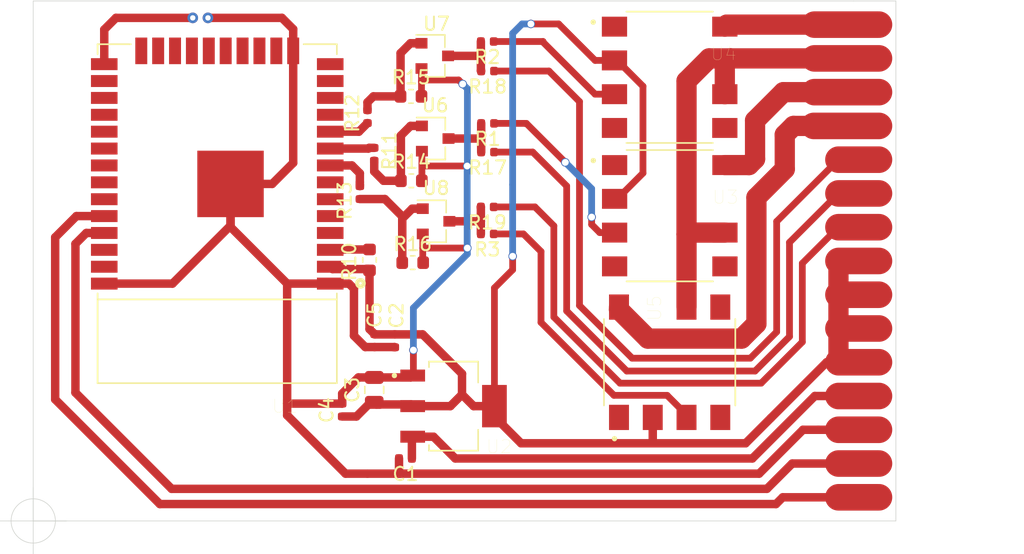
<source format=kicad_pcb>
(kicad_pcb (version 20171130) (host pcbnew "(5.1.5)-3")

  (general
    (thickness 1.6)
    (drawings 11)
    (tracks 287)
    (zones 0)
    (modules 26)
    (nets 59)
  )

  (page A4)
  (title_block
    (title "Smart Outlet")
    (date 4-30-2020)
    (rev 3.0)
    (company "BotFactory Inc.")
    (comment 1 "Md Raz")
    (comment 2 "(www.creativecommons.org/licenses/by-nc-sa/4.0/?ref=ccchooser)")
    (comment 3 "Smart Outlet by BotFactory, Inc. (www.botfactory.co) is licensed under CC BY-NC-SA 4.0")
  )

  (layers
    (0 F.Cu signal)
    (31 B.Cu signal)
    (32 B.Adhes user hide)
    (33 F.Adhes user hide)
    (34 B.Paste user hide)
    (35 F.Paste user hide)
    (36 B.SilkS user)
    (37 F.SilkS user)
    (38 B.Mask user)
    (39 F.Mask user)
    (40 Dwgs.User user)
    (41 Cmts.User user)
    (42 Eco1.User user)
    (43 Eco2.User user)
    (44 Edge.Cuts user)
    (45 Margin user)
    (46 B.CrtYd user)
    (47 F.CrtYd user)
    (48 B.Fab user)
    (49 F.Fab user)
  )

  (setup
    (last_trace_width 0.25)
    (user_trace_width 0.508)
    (user_trace_width 0.635)
    (user_trace_width 1.524)
    (user_trace_width 2)
    (trace_clearance 0.2)
    (zone_clearance 0.508)
    (zone_45_only no)
    (trace_min 0.2)
    (via_size 0.8)
    (via_drill 0.4)
    (via_min_size 0.4)
    (via_min_drill 0.3)
    (user_via 0.635 0.508)
    (user_via 0.762 0.635)
    (uvia_size 0.3)
    (uvia_drill 0.1)
    (uvias_allowed no)
    (uvia_min_size 0.2)
    (uvia_min_drill 0.1)
    (edge_width 0.05)
    (segment_width 0.2)
    (pcb_text_width 0.3)
    (pcb_text_size 1.5 1.5)
    (mod_edge_width 0.12)
    (mod_text_size 1 1)
    (mod_text_width 0.15)
    (pad_size 0.9 0.8)
    (pad_drill 0)
    (pad_to_mask_clearance 0.051)
    (solder_mask_min_width 0.25)
    (aux_axis_origin 82.677 111.506)
    (grid_origin 82.677 111.506)
    (visible_elements 7FFFFFFF)
    (pcbplotparams
      (layerselection 0x01080_ffffffff)
      (usegerberextensions false)
      (usegerberattributes false)
      (usegerberadvancedattributes false)
      (creategerberjobfile false)
      (excludeedgelayer true)
      (linewidth 0.100000)
      (plotframeref false)
      (viasonmask false)
      (mode 1)
      (useauxorigin true)
      (hpglpennumber 1)
      (hpglpenspeed 20)
      (hpglpendiameter 15.000000)
      (psnegative false)
      (psa4output false)
      (plotreference true)
      (plotvalue true)
      (plotinvisibletext false)
      (padsonsilk false)
      (subtractmaskfromsilk false)
      (outputformat 1)
      (mirror false)
      (drillshape 0)
      (scaleselection 1)
      (outputdirectory "Iteration 1/"))
  )

  (net 0 "")
  (net 1 GND)
  (net 2 +5V)
  (net 3 +3V3)
  (net 4 "Net-(R1-Pad1)")
  (net 5 "Net-(R1-Pad2)")
  (net 6 "Net-(R18-Pad2)")
  (net 7 "Net-(R2-Pad1)")
  (net 8 "Net-(R3-Pad1)")
  (net 9 "Net-(R19-Pad2)")
  (net 10 "Net-(R10-Pad1)")
  (net 11 "Net-(R11-Pad1)")
  (net 12 /Data1)
  (net 13 /Data2)
  (net 14 "Net-(R12-Pad1)")
  (net 15 "Net-(R13-Pad1)")
  (net 16 /Data3)
  (net 17 /LED_1_NEG)
  (net 18 /LED_2_NEG)
  (net 19 /LED_3_NEG)
  (net 20 "Net-(U1-Pad37)")
  (net 21 "Net-(U1-Pad36)")
  (net 22 /TXD)
  (net 23 /RXD)
  (net 24 "Net-(U1-Pad33)")
  (net 25 "Net-(U1-Pad31)")
  (net 26 "Net-(U1-Pad30)")
  (net 27 "Net-(U1-Pad29)")
  (net 28 "Net-(U1-Pad28)")
  (net 29 "Net-(U1-Pad27)")
  (net 30 "Net-(U1-Pad26)")
  (net 31 "Net-(U1-Pad24)")
  (net 32 "Net-(U1-Pad23)")
  (net 33 "Net-(U1-Pad22)")
  (net 34 "Net-(U1-Pad21)")
  (net 35 "Net-(U1-Pad20)")
  (net 36 "Net-(U1-Pad19)")
  (net 37 "Net-(U1-Pad18)")
  (net 38 "Net-(U1-Pad17)")
  (net 39 "Net-(U1-Pad16)")
  (net 40 "Net-(U1-Pad14)")
  (net 41 "Net-(U1-Pad13)")
  (net 42 "Net-(U1-Pad12)")
  (net 43 "Net-(U1-Pad11)")
  (net 44 "Net-(U1-Pad5)")
  (net 45 "Net-(U1-Pad4)")
  (net 46 "Net-(U3-Pad1)")
  (net 47 "Net-(U3-Pad4)")
  (net 48 "Net-(U3-Pad5)")
  (net 49 /AC_L)
  (net 50 /Outlet_1_L)
  (net 51 "Net-(U4-Pad1)")
  (net 52 "Net-(U4-Pad4)")
  (net 53 "Net-(U4-Pad5)")
  (net 54 /Outlet_2_L)
  (net 55 "Net-(U5-Pad1)")
  (net 56 "Net-(U5-Pad4)")
  (net 57 "Net-(U5-Pad5)")
  (net 58 /Outlet_3_L)

  (net_class Default "This is the default net class."
    (clearance 0.2)
    (trace_width 0.25)
    (via_dia 0.8)
    (via_drill 0.4)
    (uvia_dia 0.3)
    (uvia_drill 0.1)
    (add_net +3V3)
    (add_net +5V)
    (add_net /AC_L)
    (add_net /Data1)
    (add_net /Data2)
    (add_net /Data3)
    (add_net /LED_1_NEG)
    (add_net /LED_2_NEG)
    (add_net /LED_3_NEG)
    (add_net /Outlet_1_L)
    (add_net /Outlet_2_L)
    (add_net /Outlet_3_L)
    (add_net /RXD)
    (add_net /TXD)
    (add_net GND)
    (add_net "Net-(R1-Pad1)")
    (add_net "Net-(R1-Pad2)")
    (add_net "Net-(R10-Pad1)")
    (add_net "Net-(R11-Pad1)")
    (add_net "Net-(R12-Pad1)")
    (add_net "Net-(R13-Pad1)")
    (add_net "Net-(R18-Pad2)")
    (add_net "Net-(R19-Pad2)")
    (add_net "Net-(R2-Pad1)")
    (add_net "Net-(R3-Pad1)")
    (add_net "Net-(U1-Pad11)")
    (add_net "Net-(U1-Pad12)")
    (add_net "Net-(U1-Pad13)")
    (add_net "Net-(U1-Pad14)")
    (add_net "Net-(U1-Pad16)")
    (add_net "Net-(U1-Pad17)")
    (add_net "Net-(U1-Pad18)")
    (add_net "Net-(U1-Pad19)")
    (add_net "Net-(U1-Pad20)")
    (add_net "Net-(U1-Pad21)")
    (add_net "Net-(U1-Pad22)")
    (add_net "Net-(U1-Pad23)")
    (add_net "Net-(U1-Pad24)")
    (add_net "Net-(U1-Pad26)")
    (add_net "Net-(U1-Pad27)")
    (add_net "Net-(U1-Pad28)")
    (add_net "Net-(U1-Pad29)")
    (add_net "Net-(U1-Pad30)")
    (add_net "Net-(U1-Pad31)")
    (add_net "Net-(U1-Pad33)")
    (add_net "Net-(U1-Pad36)")
    (add_net "Net-(U1-Pad37)")
    (add_net "Net-(U1-Pad4)")
    (add_net "Net-(U1-Pad5)")
    (add_net "Net-(U3-Pad1)")
    (add_net "Net-(U3-Pad4)")
    (add_net "Net-(U3-Pad5)")
    (add_net "Net-(U4-Pad1)")
    (add_net "Net-(U4-Pad4)")
    (add_net "Net-(U4-Pad5)")
    (add_net "Net-(U5-Pad1)")
    (add_net "Net-(U5-Pad4)")
    (add_net "Net-(U5-Pad5)")
  )

  (module Package_TO_SOT_SMD:SOT-23 (layer F.Cu) (tedit 5EAAC9EB) (tstamp 5E851882)
    (at 112.887 76.52)
    (descr "SOT-23, Standard")
    (tags SOT-23)
    (path /5EB5CB62)
    (attr smd)
    (fp_text reference U7 (at 0.127 -2.413) (layer F.SilkS)
      (effects (font (size 1 1) (thickness 0.15)))
    )
    (fp_text value DMN2056U (at 0 2.5) (layer F.Fab)
      (effects (font (size 1 1) (thickness 0.15)))
    )
    (fp_text user %R (at 0 0 90) (layer F.Fab)
      (effects (font (size 0.5 0.5) (thickness 0.075)))
    )
    (fp_line (start -0.7 -0.95) (end -0.7 1.5) (layer F.Fab) (width 0.1))
    (fp_line (start -0.15 -1.52) (end 0.7 -1.52) (layer F.Fab) (width 0.1))
    (fp_line (start -0.7 -0.95) (end -0.15 -1.52) (layer F.Fab) (width 0.1))
    (fp_line (start 0.7 -1.52) (end 0.7 1.52) (layer F.Fab) (width 0.1))
    (fp_line (start -0.7 1.52) (end 0.7 1.52) (layer F.Fab) (width 0.1))
    (fp_line (start 0.76 1.58) (end 0.76 0.65) (layer F.SilkS) (width 0.12))
    (fp_line (start 0.76 -1.58) (end 0.76 -0.65) (layer F.SilkS) (width 0.12))
    (fp_line (start -1.7 -1.75) (end 1.7 -1.75) (layer F.CrtYd) (width 0.05))
    (fp_line (start 1.7 -1.75) (end 1.7 1.75) (layer F.CrtYd) (width 0.05))
    (fp_line (start 1.7 1.75) (end -1.7 1.75) (layer F.CrtYd) (width 0.05))
    (fp_line (start -1.7 1.75) (end -1.7 -1.75) (layer F.CrtYd) (width 0.05))
    (fp_line (start 0.76 -1.58) (end -1.4 -1.58) (layer F.SilkS) (width 0.12))
    (fp_line (start 0.76 1.58) (end -0.7 1.58) (layer F.SilkS) (width 0.12))
    (pad 1 smd rect (at -1 -0.95) (size 0.9 0.8) (layers F.Cu F.Paste F.Mask)
      (net 14 "Net-(R12-Pad1)"))
    (pad 2 smd rect (at -1 0.95) (size 0.9 0.8) (layers F.Cu F.Paste F.Mask)
      (net 1 GND))
    (pad 3 smd rect (at 1 0) (size 0.9 0.8) (layers F.Cu F.Paste F.Mask)
      (net 6 "Net-(R18-Pad2)"))
    (model ${KISYS3DMOD}/Package_TO_SOT_SMD.3dshapes/SOT-23.wrl
      (at (xyz 0 0 0))
      (scale (xyz 1 1 1))
      (rotate (xyz 0 0 0))
    )
  )

  (module Package_TO_SOT_SMD:SOT-23 (layer F.Cu) (tedit 5EAACA03) (tstamp 5E851897)
    (at 112.9825 88.9635)
    (descr "SOT-23, Standard")
    (tags SOT-23)
    (path /5EB54BFA)
    (attr smd)
    (fp_text reference U8 (at 0 -2.5) (layer F.SilkS)
      (effects (font (size 1 1) (thickness 0.15)))
    )
    (fp_text value DMN2056U (at 0 2.5) (layer F.Fab)
      (effects (font (size 1 1) (thickness 0.15)))
    )
    (fp_line (start 0.76 1.58) (end -0.7 1.58) (layer F.SilkS) (width 0.12))
    (fp_line (start 0.76 -1.58) (end -1.4 -1.58) (layer F.SilkS) (width 0.12))
    (fp_line (start -1.7 1.75) (end -1.7 -1.75) (layer F.CrtYd) (width 0.05))
    (fp_line (start 1.7 1.75) (end -1.7 1.75) (layer F.CrtYd) (width 0.05))
    (fp_line (start 1.7 -1.75) (end 1.7 1.75) (layer F.CrtYd) (width 0.05))
    (fp_line (start -1.7 -1.75) (end 1.7 -1.75) (layer F.CrtYd) (width 0.05))
    (fp_line (start 0.76 -1.58) (end 0.76 -0.65) (layer F.SilkS) (width 0.12))
    (fp_line (start 0.76 1.58) (end 0.76 0.65) (layer F.SilkS) (width 0.12))
    (fp_line (start -0.7 1.52) (end 0.7 1.52) (layer F.Fab) (width 0.1))
    (fp_line (start 0.7 -1.52) (end 0.7 1.52) (layer F.Fab) (width 0.1))
    (fp_line (start -0.7 -0.95) (end -0.15 -1.52) (layer F.Fab) (width 0.1))
    (fp_line (start -0.15 -1.52) (end 0.7 -1.52) (layer F.Fab) (width 0.1))
    (fp_line (start -0.7 -0.95) (end -0.7 1.5) (layer F.Fab) (width 0.1))
    (fp_text user %R (at 0 0 90) (layer F.Fab)
      (effects (font (size 0.5 0.5) (thickness 0.075)))
    )
    (pad 3 smd rect (at 1 0) (size 0.9 0.8) (layers F.Cu F.Paste F.Mask)
      (net 9 "Net-(R19-Pad2)"))
    (pad 2 smd rect (at -1 0.95) (size 0.9 0.8) (layers F.Cu F.Paste F.Mask)
      (net 1 GND))
    (pad 1 smd rect (at -1 -0.95) (size 0.9 0.8) (layers F.Cu F.Paste F.Mask)
      (net 15 "Net-(R13-Pad1)"))
    (model ${KISYS3DMOD}/Package_TO_SOT_SMD.3dshapes/SOT-23.wrl
      (at (xyz 0 0 0))
      (scale (xyz 1 1 1))
      (rotate (xyz 0 0 0))
    )
  )

  (module "Smart Outlet:RELAY_AQH3223A" (layer F.Cu) (tedit 5E84FDA3) (tstamp 5EAB1438)
    (at 130.5658 88.5444)
    (path /5E83B8F3)
    (fp_text reference U3 (at 4.191 -1.397) (layer F.SilkS)
      (effects (font (size 1 1) (thickness 0.015)))
    )
    (fp_text value AH-Q (at 3.89 6.135) (layer F.Fab)
      (effects (font (size 1 1) (thickness 0.015)))
    )
    (fp_line (start -3.25 4.94) (end -3.25 -4.94) (layer F.Fab) (width 0.127))
    (fp_line (start -3.25 -4.94) (end 3.25 -4.94) (layer F.Fab) (width 0.127))
    (fp_line (start 3.25 -4.94) (end 3.25 4.94) (layer F.Fab) (width 0.127))
    (fp_line (start 3.25 4.94) (end -3.25 4.94) (layer F.Fab) (width 0.127))
    (fp_line (start -3.25 -4.94) (end 3.25 -4.94) (layer F.SilkS) (width 0.127))
    (fp_line (start 3.25 4.94) (end -3.25 4.94) (layer F.SilkS) (width 0.127))
    (fp_line (start -5.35 -5.19) (end 5.35 -5.19) (layer F.CrtYd) (width 0.05))
    (fp_line (start 5.35 -5.19) (end 5.35 5.19) (layer F.CrtYd) (width 0.05))
    (fp_line (start 5.35 5.19) (end -5.35 5.19) (layer F.CrtYd) (width 0.05))
    (fp_line (start -5.35 5.19) (end -5.35 -5.19) (layer F.CrtYd) (width 0.05))
    (fp_circle (center -5.75 -4.15) (end -5.65 -4.15) (layer F.SilkS) (width 0.2))
    (fp_circle (center -5.75 -4.15) (end -5.65 -4.15) (layer F.Fab) (width 0.2))
    (pad 1 smd rect (at -4.15 -3.81) (size 1.9 1.5) (layers F.Cu F.Paste F.Mask)
      (net 46 "Net-(U3-Pad1)"))
    (pad 2 smd rect (at -4.15 -1.27) (size 1.9 1.5) (layers F.Cu F.Paste F.Mask)
      (net 3 +3V3))
    (pad 3 smd rect (at -4.15 1.27) (size 1.9 1.5) (layers F.Cu F.Paste F.Mask)
      (net 4 "Net-(R1-Pad1)"))
    (pad 4 smd rect (at -4.15 3.81) (size 1.9 1.5) (layers F.Cu F.Paste F.Mask)
      (net 47 "Net-(U3-Pad4)"))
    (pad 5 smd rect (at 4.15 3.81) (size 1.9 1.5) (layers F.Cu F.Paste F.Mask)
      (net 48 "Net-(U3-Pad5)"))
    (pad 6 smd rect (at 4.15 1.27) (size 1.9 1.5) (layers F.Cu F.Paste F.Mask)
      (net 49 /AC_L))
    (pad 8 smd rect (at 4.15 -3.81) (size 1.9 1.5) (layers F.Cu F.Paste F.Mask)
      (net 50 /Outlet_1_L))
  )

  (module "Smart Outlet:RELAY_AQH3223A" (layer F.Cu) (tedit 5E84FDA3) (tstamp 5E860C77)
    (at 130.556 78.1304)
    (path /5E83DAA0)
    (fp_text reference U4 (at 4.064 -1.778) (layer F.SilkS)
      (effects (font (size 1 1) (thickness 0.015)))
    )
    (fp_text value AH-Q (at 3.89 6.135) (layer F.Fab)
      (effects (font (size 1 1) (thickness 0.015)))
    )
    (fp_line (start -3.25 4.94) (end -3.25 -4.94) (layer F.Fab) (width 0.127))
    (fp_line (start -3.25 -4.94) (end 3.25 -4.94) (layer F.Fab) (width 0.127))
    (fp_line (start 3.25 -4.94) (end 3.25 4.94) (layer F.Fab) (width 0.127))
    (fp_line (start 3.25 4.94) (end -3.25 4.94) (layer F.Fab) (width 0.127))
    (fp_line (start -3.25 -4.94) (end 3.25 -4.94) (layer F.SilkS) (width 0.127))
    (fp_line (start 3.25 4.94) (end -3.25 4.94) (layer F.SilkS) (width 0.127))
    (fp_line (start -5.35 -5.19) (end 5.35 -5.19) (layer F.CrtYd) (width 0.05))
    (fp_line (start 5.35 -5.19) (end 5.35 5.19) (layer F.CrtYd) (width 0.05))
    (fp_line (start 5.35 5.19) (end -5.35 5.19) (layer F.CrtYd) (width 0.05))
    (fp_line (start -5.35 5.19) (end -5.35 -5.19) (layer F.CrtYd) (width 0.05))
    (fp_circle (center -5.75 -4.15) (end -5.65 -4.15) (layer F.SilkS) (width 0.2))
    (fp_circle (center -5.75 -4.15) (end -5.65 -4.15) (layer F.Fab) (width 0.2))
    (pad 1 smd rect (at -4.15 -3.81) (size 1.9 1.5) (layers F.Cu F.Paste F.Mask)
      (net 51 "Net-(U4-Pad1)"))
    (pad 2 smd rect (at -4.15 -1.27) (size 1.9 1.5) (layers F.Cu F.Paste F.Mask)
      (net 3 +3V3))
    (pad 3 smd rect (at -4.15 1.27) (size 1.9 1.5) (layers F.Cu F.Paste F.Mask)
      (net 7 "Net-(R2-Pad1)"))
    (pad 4 smd rect (at -4.15 3.81) (size 1.9 1.5) (layers F.Cu F.Paste F.Mask)
      (net 52 "Net-(U4-Pad4)"))
    (pad 5 smd rect (at 4.15 3.81) (size 1.9 1.5) (layers F.Cu F.Paste F.Mask)
      (net 53 "Net-(U4-Pad5)"))
    (pad 6 smd rect (at 4.15 1.27) (size 1.9 1.5) (layers F.Cu F.Paste F.Mask)
      (net 49 /AC_L))
    (pad 8 smd rect (at 4.15 -3.81) (size 1.9 1.5) (layers F.Cu F.Paste F.Mask)
      (net 54 /Outlet_2_L))
  )

  (module "Smart Outlet:RELAY_AQH3223A" (layer F.Cu) (tedit 5E84FDA3) (tstamp 5EAB1699)
    (at 130.556 99.568 90)
    (path /5E83DF70)
    (fp_text reference U5 (at 4.064 -1.143 90) (layer F.SilkS)
      (effects (font (size 1 1) (thickness 0.015)))
    )
    (fp_text value AH-Q (at 3.89 6.135 90) (layer F.Fab)
      (effects (font (size 1 1) (thickness 0.015)))
    )
    (fp_line (start -3.25 4.94) (end -3.25 -4.94) (layer F.Fab) (width 0.127))
    (fp_line (start -3.25 -4.94) (end 3.25 -4.94) (layer F.Fab) (width 0.127))
    (fp_line (start 3.25 -4.94) (end 3.25 4.94) (layer F.Fab) (width 0.127))
    (fp_line (start 3.25 4.94) (end -3.25 4.94) (layer F.Fab) (width 0.127))
    (fp_line (start -3.25 -4.94) (end 3.25 -4.94) (layer F.SilkS) (width 0.127))
    (fp_line (start 3.25 4.94) (end -3.25 4.94) (layer F.SilkS) (width 0.127))
    (fp_line (start -5.35 -5.19) (end 5.35 -5.19) (layer F.CrtYd) (width 0.05))
    (fp_line (start 5.35 -5.19) (end 5.35 5.19) (layer F.CrtYd) (width 0.05))
    (fp_line (start 5.35 5.19) (end -5.35 5.19) (layer F.CrtYd) (width 0.05))
    (fp_line (start -5.35 5.19) (end -5.35 -5.19) (layer F.CrtYd) (width 0.05))
    (fp_circle (center -5.75 -4.15) (end -5.65 -4.15) (layer F.SilkS) (width 0.2))
    (fp_circle (center -5.75 -4.15) (end -5.65 -4.15) (layer F.Fab) (width 0.2))
    (pad 1 smd rect (at -4.15 -3.81 90) (size 1.9 1.5) (layers F.Cu F.Paste F.Mask)
      (net 55 "Net-(U5-Pad1)"))
    (pad 2 smd rect (at -4.15 -1.27 90) (size 1.9 1.5) (layers F.Cu F.Paste F.Mask)
      (net 3 +3V3))
    (pad 3 smd rect (at -4.15 1.27 90) (size 1.9 1.5) (layers F.Cu F.Paste F.Mask)
      (net 8 "Net-(R3-Pad1)"))
    (pad 4 smd rect (at -4.15 3.81 90) (size 1.9 1.5) (layers F.Cu F.Paste F.Mask)
      (net 56 "Net-(U5-Pad4)"))
    (pad 5 smd rect (at 4.15 3.81 90) (size 1.9 1.5) (layers F.Cu F.Paste F.Mask)
      (net 57 "Net-(U5-Pad5)"))
    (pad 6 smd rect (at 4.15 1.27 90) (size 1.9 1.5) (layers F.Cu F.Paste F.Mask)
      (net 49 /AC_L))
    (pad 8 smd rect (at 4.15 -3.81 90) (size 1.9 1.5) (layers F.Cu F.Paste F.Mask)
      (net 58 /Outlet_3_L))
  )

  (module Resistor_SMD:R_0402_1005Metric (layer F.Cu) (tedit 5B301BBD) (tstamp 5E851711)
    (at 116.84 89.916 180)
    (descr "Resistor SMD 0402 (1005 Metric), square (rectangular) end terminal, IPC_7351 nominal, (Body size source: http://www.tortai-tech.com/upload/download/2011102023233369053.pdf), generated with kicad-footprint-generator")
    (tags resistor)
    (path /5E85AC99)
    (attr smd)
    (fp_text reference R3 (at 0 -1.17) (layer F.SilkS)
      (effects (font (size 1 1) (thickness 0.15)))
    )
    (fp_text value 100 (at 0 1.17) (layer F.Fab)
      (effects (font (size 1 1) (thickness 0.15)))
    )
    (fp_text user %R (at 0 0) (layer F.Fab)
      (effects (font (size 0.25 0.25) (thickness 0.04)))
    )
    (fp_line (start 0.93 0.47) (end -0.93 0.47) (layer F.CrtYd) (width 0.05))
    (fp_line (start 0.93 -0.47) (end 0.93 0.47) (layer F.CrtYd) (width 0.05))
    (fp_line (start -0.93 -0.47) (end 0.93 -0.47) (layer F.CrtYd) (width 0.05))
    (fp_line (start -0.93 0.47) (end -0.93 -0.47) (layer F.CrtYd) (width 0.05))
    (fp_line (start 0.5 0.25) (end -0.5 0.25) (layer F.Fab) (width 0.1))
    (fp_line (start 0.5 -0.25) (end 0.5 0.25) (layer F.Fab) (width 0.1))
    (fp_line (start -0.5 -0.25) (end 0.5 -0.25) (layer F.Fab) (width 0.1))
    (fp_line (start -0.5 0.25) (end -0.5 -0.25) (layer F.Fab) (width 0.1))
    (pad 2 smd roundrect (at 0.485 0 180) (size 0.59 0.64) (layers F.Cu F.Paste F.Mask) (roundrect_rratio 0.25)
      (net 9 "Net-(R19-Pad2)"))
    (pad 1 smd roundrect (at -0.485 0 180) (size 0.59 0.64) (layers F.Cu F.Paste F.Mask) (roundrect_rratio 0.25)
      (net 8 "Net-(R3-Pad1)"))
    (model ${KISYS3DMOD}/Resistor_SMD.3dshapes/R_0402_1005Metric.wrl
      (at (xyz 0 0 0))
      (scale (xyz 1 1 1))
      (rotate (xyz 0 0 0))
    )
  )

  (module Resistor_SMD:R_0402_1005Metric (layer F.Cu) (tedit 5B301BBD) (tstamp 5E8517A0)
    (at 116.863 77.6605 180)
    (descr "Resistor SMD 0402 (1005 Metric), square (rectangular) end terminal, IPC_7351 nominal, (Body size source: http://www.tortai-tech.com/upload/download/2011102023233369053.pdf), generated with kicad-footprint-generator")
    (tags resistor)
    (path /5EF6E2AD)
    (attr smd)
    (fp_text reference R18 (at 0 -1.17) (layer F.SilkS)
      (effects (font (size 1 1) (thickness 0.15)))
    )
    (fp_text value 100 (at 0 1.17) (layer F.Fab)
      (effects (font (size 1 1) (thickness 0.15)))
    )
    (fp_line (start -0.5 0.25) (end -0.5 -0.25) (layer F.Fab) (width 0.1))
    (fp_line (start -0.5 -0.25) (end 0.5 -0.25) (layer F.Fab) (width 0.1))
    (fp_line (start 0.5 -0.25) (end 0.5 0.25) (layer F.Fab) (width 0.1))
    (fp_line (start 0.5 0.25) (end -0.5 0.25) (layer F.Fab) (width 0.1))
    (fp_line (start -0.93 0.47) (end -0.93 -0.47) (layer F.CrtYd) (width 0.05))
    (fp_line (start -0.93 -0.47) (end 0.93 -0.47) (layer F.CrtYd) (width 0.05))
    (fp_line (start 0.93 -0.47) (end 0.93 0.47) (layer F.CrtYd) (width 0.05))
    (fp_line (start 0.93 0.47) (end -0.93 0.47) (layer F.CrtYd) (width 0.05))
    (fp_text user %R (at 0 0) (layer F.Fab)
      (effects (font (size 0.25 0.25) (thickness 0.04)))
    )
    (pad 1 smd roundrect (at -0.485 0 180) (size 0.59 0.64) (layers F.Cu F.Paste F.Mask) (roundrect_rratio 0.25)
      (net 18 /LED_2_NEG))
    (pad 2 smd roundrect (at 0.485 0 180) (size 0.59 0.64) (layers F.Cu F.Paste F.Mask) (roundrect_rratio 0.25)
      (net 6 "Net-(R18-Pad2)"))
    (model ${KISYS3DMOD}/Resistor_SMD.3dshapes/R_0402_1005Metric.wrl
      (at (xyz 0 0 0))
      (scale (xyz 1 1 1))
      (rotate (xyz 0 0 0))
    )
  )

  (module "Smart Outlet:MODULE_ESP32-WROOM-32D" (layer F.Cu) (tedit 5EA9AE85) (tstamp 5E8526DA)
    (at 96.52 88.392 180)
    (path /5E9D26E0)
    (fp_text reference U1 (at -5.09975 -14.47861) (layer F.SilkS)
      (effects (font (size 1.002693 1.002693) (thickness 0.015)))
    )
    (fp_text value ESP32-WROOM-32D (at 5.04484 14.9786) (layer F.Fab)
      (effects (font (size 1.002992 1.002992) (thickness 0.015)))
    )
    (fp_circle (center -10.777 -5.238) (end -10.677 -5.238) (layer F.SilkS) (width 0.3))
    (fp_line (start -9 -12.75) (end 9 -12.75) (layer F.Fab) (width 0.127))
    (fp_line (start 9 -12.75) (end 9 12.75) (layer F.Fab) (width 0.127))
    (fp_line (start 9 12.75) (end -9 12.75) (layer F.Fab) (width 0.127))
    (fp_line (start -9 12.75) (end -9 -12.75) (layer F.Fab) (width 0.127))
    (fp_poly (pts (xy -2.58367 0.6589) (xy 0.5811 0.6589) (xy 0.5811 3.82491) (xy -2.58367 3.82491)) (layer F.Paste) (width 0.01))
    (fp_line (start -8.96 -6.45) (end 8.96 -6.45) (layer F.Fab) (width 0.127))
    (fp_text user ANTENNA (at -5.72472 -8.65068) (layer F.Fab)
      (effects (font (size 1.402378 1.402378) (thickness 0.015)))
    )
    (fp_line (start -9 -6) (end -9 -12.75) (layer F.SilkS) (width 0.127))
    (fp_line (start -9 -12.75) (end 9 -12.75) (layer F.SilkS) (width 0.127))
    (fp_line (start 9 -12.75) (end 9 -6) (layer F.SilkS) (width 0.127))
    (fp_line (start -9 12) (end -9 12.75) (layer F.SilkS) (width 0.127))
    (fp_line (start -9 12.75) (end -6.5 12.75) (layer F.SilkS) (width 0.127))
    (fp_line (start 6.5 12.75) (end 9 12.75) (layer F.SilkS) (width 0.127))
    (fp_line (start 9 12) (end 9 12.75) (layer F.SilkS) (width 0.127))
    (fp_line (start -8.96 -6.45) (end 8.96 -6.45) (layer F.SilkS) (width 0.127))
    (fp_line (start -9.25 -13) (end 9.25 -13) (layer F.CrtYd) (width 0.05))
    (fp_line (start 9.25 -13) (end 9.25 -6) (layer F.CrtYd) (width 0.05))
    (fp_line (start 9.25 -6) (end 9.75 -6) (layer F.CrtYd) (width 0.05))
    (fp_line (start 9.75 -6) (end 9.75 13.5) (layer F.CrtYd) (width 0.05))
    (fp_line (start 9.75 13.5) (end -9.75 13.5) (layer F.CrtYd) (width 0.05))
    (fp_line (start -9.75 13.5) (end -9.75 -6) (layer F.CrtYd) (width 0.05))
    (fp_line (start -9.75 -6) (end -9.25 -6) (layer F.CrtYd) (width 0.05))
    (fp_line (start -9.25 -6) (end -9.25 -13) (layer F.CrtYd) (width 0.05))
    (fp_circle (center -8.277 -5.238) (end -8.177 -5.238) (layer F.Fab) (width 0.3))
    (pad 39 smd rect (at -1 2.24 180) (size 5 5) (layers F.Cu F.Mask)
      (net 1 GND))
    (pad 1 smd rect (at -8.5 -5.26 180) (size 2 0.9) (layers F.Cu F.Paste F.Mask)
      (net 1 GND))
    (pad 2 smd rect (at -8.5 -3.99 180) (size 2 0.9) (layers F.Cu F.Paste F.Mask)
      (net 3 +3V3))
    (pad 3 smd rect (at -8.5 -2.72 180) (size 2 0.9) (layers F.Cu F.Paste F.Mask)
      (net 10 "Net-(R10-Pad1)"))
    (pad 4 smd rect (at -8.5 -1.45 180) (size 2 0.9) (layers F.Cu F.Paste F.Mask)
      (net 45 "Net-(U1-Pad4)"))
    (pad 5 smd rect (at -8.5 -0.18 180) (size 2 0.9) (layers F.Cu F.Paste F.Mask)
      (net 44 "Net-(U1-Pad5)"))
    (pad 6 smd rect (at -8.5 1.09 180) (size 2 0.9) (layers F.Cu F.Paste F.Mask))
    (pad 7 smd rect (at -8.5 2.36 180) (size 2 0.9) (layers F.Cu F.Paste F.Mask))
    (pad 8 smd rect (at -8.5 3.63 180) (size 2 0.9) (layers F.Cu F.Paste F.Mask)
      (net 16 /Data3))
    (pad 9 smd rect (at -8.5 4.9 180) (size 2 0.9) (layers F.Cu F.Paste F.Mask)
      (net 12 /Data1))
    (pad 10 smd rect (at -8.5 6.17 180) (size 2 0.9) (layers F.Cu F.Paste F.Mask)
      (net 13 /Data2))
    (pad 11 smd rect (at -8.5 7.44 180) (size 2 0.9) (layers F.Cu F.Paste F.Mask)
      (net 43 "Net-(U1-Pad11)"))
    (pad 12 smd rect (at -8.5 8.71 180) (size 2 0.9) (layers F.Cu F.Paste F.Mask)
      (net 42 "Net-(U1-Pad12)"))
    (pad 13 smd rect (at -8.5 9.98 180) (size 2 0.9) (layers F.Cu F.Paste F.Mask)
      (net 41 "Net-(U1-Pad13)"))
    (pad 14 smd rect (at -8.5 11.25 180) (size 2 0.9) (layers F.Cu F.Paste F.Mask)
      (net 40 "Net-(U1-Pad14)"))
    (pad 15 smd rect (at -5.715 12.25 180) (size 0.9 2) (layers F.Cu F.Paste F.Mask)
      (net 1 GND))
    (pad 16 smd rect (at -4.445 12.25 180) (size 0.9 2) (layers F.Cu F.Paste F.Mask)
      (net 39 "Net-(U1-Pad16)"))
    (pad 17 smd rect (at -3.175 12.25 180) (size 0.9 2) (layers F.Cu F.Paste F.Mask)
      (net 38 "Net-(U1-Pad17)"))
    (pad 18 smd rect (at -1.905 12.25 180) (size 0.9 2) (layers F.Cu F.Paste F.Mask)
      (net 37 "Net-(U1-Pad18)"))
    (pad 19 smd rect (at -0.635 12.25 180) (size 0.9 2) (layers F.Cu F.Paste F.Mask)
      (net 36 "Net-(U1-Pad19)"))
    (pad 20 smd rect (at 0.635 12.25 180) (size 0.9 2) (layers F.Cu F.Paste F.Mask)
      (net 35 "Net-(U1-Pad20)"))
    (pad 21 smd rect (at 1.905 12.25 180) (size 0.9 2) (layers F.Cu F.Paste F.Mask)
      (net 34 "Net-(U1-Pad21)"))
    (pad 22 smd rect (at 3.175 12.25 180) (size 0.9 2) (layers F.Cu F.Paste F.Mask)
      (net 33 "Net-(U1-Pad22)"))
    (pad 23 smd rect (at 4.445 12.25 180) (size 0.9 2) (layers F.Cu F.Paste F.Mask)
      (net 32 "Net-(U1-Pad23)"))
    (pad 24 smd rect (at 5.715 12.25 180) (size 0.9 2) (layers F.Cu F.Paste F.Mask)
      (net 31 "Net-(U1-Pad24)"))
    (pad 25 smd rect (at 8.5 11.25 180) (size 2 0.9) (layers F.Cu F.Paste F.Mask))
    (pad 26 smd rect (at 8.5 9.98 180) (size 2 0.9) (layers F.Cu F.Paste F.Mask)
      (net 30 "Net-(U1-Pad26)"))
    (pad 27 smd rect (at 8.5 8.71 180) (size 2 0.9) (layers F.Cu F.Paste F.Mask)
      (net 29 "Net-(U1-Pad27)"))
    (pad 28 smd rect (at 8.5 7.44 180) (size 2 0.9) (layers F.Cu F.Paste F.Mask)
      (net 28 "Net-(U1-Pad28)"))
    (pad 29 smd rect (at 8.5 6.17 180) (size 2 0.9) (layers F.Cu F.Paste F.Mask)
      (net 27 "Net-(U1-Pad29)"))
    (pad 30 smd rect (at 8.5 4.9 180) (size 2 0.9) (layers F.Cu F.Paste F.Mask)
      (net 26 "Net-(U1-Pad30)"))
    (pad 31 smd rect (at 8.5 3.63 180) (size 2 0.9) (layers F.Cu F.Paste F.Mask)
      (net 25 "Net-(U1-Pad31)"))
    (pad 32 smd rect (at 8.5 2.36 180) (size 2 0.9) (layers F.Cu F.Paste F.Mask))
    (pad 33 smd rect (at 8.5 1.09 180) (size 2 0.9) (layers F.Cu F.Paste F.Mask)
      (net 24 "Net-(U1-Pad33)"))
    (pad 34 smd rect (at 8.5 -0.18 180) (size 2 0.9) (layers F.Cu F.Paste F.Mask)
      (net 23 /RXD))
    (pad 35 smd rect (at 8.5 -1.45 180) (size 2 0.9) (layers F.Cu F.Paste F.Mask)
      (net 22 /TXD))
    (pad 36 smd rect (at 8.5 -2.72 180) (size 2 0.9) (layers F.Cu F.Paste F.Mask)
      (net 21 "Net-(U1-Pad36)"))
    (pad 37 smd rect (at 8.5 -3.99 180) (size 2 0.9) (layers F.Cu F.Paste F.Mask)
      (net 20 "Net-(U1-Pad37)"))
    (pad 38 smd rect (at 8.5 -5.26 180) (size 2 0.9) (layers F.Cu F.Paste F.Mask)
      (net 1 GND))
  )

  (module Resistor_SMD:R_0603_1608Metric (layer F.Cu) (tedit 5B301BBD) (tstamp 5E85D7A7)
    (at 111.2265 92.075)
    (descr "Resistor SMD 0603 (1608 Metric), square (rectangular) end terminal, IPC_7351 nominal, (Body size source: http://www.tortai-tech.com/upload/download/2011102023233369053.pdf), generated with kicad-footprint-generator")
    (tags resistor)
    (path /5F27F3F3)
    (attr smd)
    (fp_text reference R16 (at 0 -1.397) (layer F.SilkS)
      (effects (font (size 1 1) (thickness 0.15)))
    )
    (fp_text value 10k (at 0 1.43) (layer F.Fab)
      (effects (font (size 1 1) (thickness 0.15)))
    )
    (fp_text user %R (at 0 0 270) (layer F.Fab)
      (effects (font (size 0.4 0.4) (thickness 0.06)))
    )
    (fp_line (start 1.48 0.73) (end -1.48 0.73) (layer F.CrtYd) (width 0.05))
    (fp_line (start 1.48 -0.73) (end 1.48 0.73) (layer F.CrtYd) (width 0.05))
    (fp_line (start -1.48 -0.73) (end 1.48 -0.73) (layer F.CrtYd) (width 0.05))
    (fp_line (start -1.48 0.73) (end -1.48 -0.73) (layer F.CrtYd) (width 0.05))
    (fp_line (start -0.162779 0.51) (end 0.162779 0.51) (layer F.SilkS) (width 0.12))
    (fp_line (start -0.162779 -0.51) (end 0.162779 -0.51) (layer F.SilkS) (width 0.12))
    (fp_line (start 0.8 0.4) (end -0.8 0.4) (layer F.Fab) (width 0.1))
    (fp_line (start 0.8 -0.4) (end 0.8 0.4) (layer F.Fab) (width 0.1))
    (fp_line (start -0.8 -0.4) (end 0.8 -0.4) (layer F.Fab) (width 0.1))
    (fp_line (start -0.8 0.4) (end -0.8 -0.4) (layer F.Fab) (width 0.1))
    (pad 2 smd roundrect (at 0.7875 0) (size 0.875 0.95) (layers F.Cu F.Paste F.Mask) (roundrect_rratio 0.25)
      (net 1 GND))
    (pad 1 smd roundrect (at -0.7875 0) (size 0.875 0.95) (layers F.Cu F.Paste F.Mask) (roundrect_rratio 0.25)
      (net 15 "Net-(R13-Pad1)"))
    (model ${KISYS3DMOD}/Resistor_SMD.3dshapes/R_0603_1608Metric.wrl
      (at (xyz 0 0 0))
      (scale (xyz 1 1 1))
      (rotate (xyz 0 0 0))
    )
  )

  (module Resistor_SMD:R_0603_1608Metric (layer F.Cu) (tedit 5B301BBD) (tstamp 5E851D69)
    (at 111.0995 79.5655)
    (descr "Resistor SMD 0603 (1608 Metric), square (rectangular) end terminal, IPC_7351 nominal, (Body size source: http://www.tortai-tech.com/upload/download/2011102023233369053.pdf), generated with kicad-footprint-generator")
    (tags resistor)
    (path /5F273D06)
    (attr smd)
    (fp_text reference R15 (at 0 -1.43) (layer F.SilkS)
      (effects (font (size 1 1) (thickness 0.15)))
    )
    (fp_text value 10k (at 0 1.43) (layer F.Fab)
      (effects (font (size 1 1) (thickness 0.15)))
    )
    (fp_line (start -0.8 0.4) (end -0.8 -0.4) (layer F.Fab) (width 0.1))
    (fp_line (start -0.8 -0.4) (end 0.8 -0.4) (layer F.Fab) (width 0.1))
    (fp_line (start 0.8 -0.4) (end 0.8 0.4) (layer F.Fab) (width 0.1))
    (fp_line (start 0.8 0.4) (end -0.8 0.4) (layer F.Fab) (width 0.1))
    (fp_line (start -0.162779 -0.51) (end 0.162779 -0.51) (layer F.SilkS) (width 0.12))
    (fp_line (start -0.162779 0.51) (end 0.162779 0.51) (layer F.SilkS) (width 0.12))
    (fp_line (start -1.48 0.73) (end -1.48 -0.73) (layer F.CrtYd) (width 0.05))
    (fp_line (start -1.48 -0.73) (end 1.48 -0.73) (layer F.CrtYd) (width 0.05))
    (fp_line (start 1.48 -0.73) (end 1.48 0.73) (layer F.CrtYd) (width 0.05))
    (fp_line (start 1.48 0.73) (end -1.48 0.73) (layer F.CrtYd) (width 0.05))
    (fp_text user %R (at 0 0) (layer F.Fab)
      (effects (font (size 0.4 0.4) (thickness 0.06)))
    )
    (pad 1 smd roundrect (at -0.7875 0) (size 0.875 0.95) (layers F.Cu F.Paste F.Mask) (roundrect_rratio 0.25)
      (net 14 "Net-(R12-Pad1)"))
    (pad 2 smd roundrect (at 0.7875 0) (size 0.875 0.95) (layers F.Cu F.Paste F.Mask) (roundrect_rratio 0.25)
      (net 1 GND))
    (model ${KISYS3DMOD}/Resistor_SMD.3dshapes/R_0603_1608Metric.wrl
      (at (xyz 0 0 0))
      (scale (xyz 1 1 1))
      (rotate (xyz 0 0 0))
    )
  )

  (module Resistor_SMD:R_0603_1608Metric (layer F.Cu) (tedit 5B301BBD) (tstamp 5E85DD39)
    (at 111.125 85.9155)
    (descr "Resistor SMD 0603 (1608 Metric), square (rectangular) end terminal, IPC_7351 nominal, (Body size source: http://www.tortai-tech.com/upload/download/2011102023233369053.pdf), generated with kicad-footprint-generator")
    (tags resistor)
    (path /5E87AA57)
    (attr smd)
    (fp_text reference R14 (at 0 -1.43) (layer F.SilkS)
      (effects (font (size 1 1) (thickness 0.15)))
    )
    (fp_text value 10k (at 0 1.43) (layer F.Fab)
      (effects (font (size 1 1) (thickness 0.15)))
    )
    (fp_text user %R (at 0 0) (layer F.Fab)
      (effects (font (size 0.4 0.4) (thickness 0.06)))
    )
    (fp_line (start 1.48 0.73) (end -1.48 0.73) (layer F.CrtYd) (width 0.05))
    (fp_line (start 1.48 -0.73) (end 1.48 0.73) (layer F.CrtYd) (width 0.05))
    (fp_line (start -1.48 -0.73) (end 1.48 -0.73) (layer F.CrtYd) (width 0.05))
    (fp_line (start -1.48 0.73) (end -1.48 -0.73) (layer F.CrtYd) (width 0.05))
    (fp_line (start -0.162779 0.51) (end 0.162779 0.51) (layer F.SilkS) (width 0.12))
    (fp_line (start -0.162779 -0.51) (end 0.162779 -0.51) (layer F.SilkS) (width 0.12))
    (fp_line (start 0.8 0.4) (end -0.8 0.4) (layer F.Fab) (width 0.1))
    (fp_line (start 0.8 -0.4) (end 0.8 0.4) (layer F.Fab) (width 0.1))
    (fp_line (start -0.8 -0.4) (end 0.8 -0.4) (layer F.Fab) (width 0.1))
    (fp_line (start -0.8 0.4) (end -0.8 -0.4) (layer F.Fab) (width 0.1))
    (pad 2 smd roundrect (at 0.7875 0) (size 0.875 0.95) (layers F.Cu F.Paste F.Mask) (roundrect_rratio 0.25)
      (net 1 GND))
    (pad 1 smd roundrect (at -0.7875 0) (size 0.875 0.95) (layers F.Cu F.Paste F.Mask) (roundrect_rratio 0.25)
      (net 11 "Net-(R11-Pad1)"))
    (model ${KISYS3DMOD}/Resistor_SMD.3dshapes/R_0603_1608Metric.wrl
      (at (xyz 0 0 0))
      (scale (xyz 1 1 1))
      (rotate (xyz 0 0 0))
    )
  )

  (module Resistor_SMD:R_0402_1005Metric (layer F.Cu) (tedit 5B301BBD) (tstamp 5E85D878)
    (at 108.331 83.924 90)
    (descr "Resistor SMD 0402 (1005 Metric), square (rectangular) end terminal, IPC_7351 nominal, (Body size source: http://www.tortai-tech.com/upload/download/2011102023233369053.pdf), generated with kicad-footprint-generator")
    (tags resistor)
    (path /5EB2D414)
    (attr smd)
    (fp_text reference R11 (at 0.254 1.143 90) (layer F.SilkS)
      (effects (font (size 1 1) (thickness 0.15)))
    )
    (fp_text value 100 (at 0 1.17 90) (layer F.Fab)
      (effects (font (size 1 1) (thickness 0.15)))
    )
    (fp_text user %R (at 0 0 90) (layer F.Fab)
      (effects (font (size 0.25 0.25) (thickness 0.04)))
    )
    (fp_line (start 0.93 0.47) (end -0.93 0.47) (layer F.CrtYd) (width 0.05))
    (fp_line (start 0.93 -0.47) (end 0.93 0.47) (layer F.CrtYd) (width 0.05))
    (fp_line (start -0.93 -0.47) (end 0.93 -0.47) (layer F.CrtYd) (width 0.05))
    (fp_line (start -0.93 0.47) (end -0.93 -0.47) (layer F.CrtYd) (width 0.05))
    (fp_line (start 0.5 0.25) (end -0.5 0.25) (layer F.Fab) (width 0.1))
    (fp_line (start 0.5 -0.25) (end 0.5 0.25) (layer F.Fab) (width 0.1))
    (fp_line (start -0.5 -0.25) (end 0.5 -0.25) (layer F.Fab) (width 0.1))
    (fp_line (start -0.5 0.25) (end -0.5 -0.25) (layer F.Fab) (width 0.1))
    (pad 2 smd roundrect (at 0.485 0 90) (size 0.59 0.64) (layers F.Cu F.Paste F.Mask) (roundrect_rratio 0.25)
      (net 12 /Data1))
    (pad 1 smd roundrect (at -0.485 0 90) (size 0.59 0.64) (layers F.Cu F.Paste F.Mask) (roundrect_rratio 0.25)
      (net 11 "Net-(R11-Pad1)"))
    (model ${KISYS3DMOD}/Resistor_SMD.3dshapes/R_0402_1005Metric.wrl
      (at (xyz 0 0 0))
      (scale (xyz 1 1 1))
      (rotate (xyz 0 0 0))
    )
  )

  (module Resistor_SMD:R_0402_1005Metric (layer F.Cu) (tedit 5B301BBD) (tstamp 5E85174F)
    (at 107.2515 86.8045 90)
    (descr "Resistor SMD 0402 (1005 Metric), square (rectangular) end terminal, IPC_7351 nominal, (Body size source: http://www.tortai-tech.com/upload/download/2011102023233369053.pdf), generated with kicad-footprint-generator")
    (tags resistor)
    (path /5F028548)
    (attr smd)
    (fp_text reference R13 (at -0.612 -1.143 90) (layer F.SilkS)
      (effects (font (size 1 1) (thickness 0.15)))
    )
    (fp_text value 100 (at 0 1.17 90) (layer F.Fab)
      (effects (font (size 1 1) (thickness 0.15)))
    )
    (fp_text user %R (at 0 0 90) (layer F.Fab)
      (effects (font (size 0.25 0.25) (thickness 0.04)))
    )
    (fp_line (start 0.93 0.47) (end -0.93 0.47) (layer F.CrtYd) (width 0.05))
    (fp_line (start 0.93 -0.47) (end 0.93 0.47) (layer F.CrtYd) (width 0.05))
    (fp_line (start -0.93 -0.47) (end 0.93 -0.47) (layer F.CrtYd) (width 0.05))
    (fp_line (start -0.93 0.47) (end -0.93 -0.47) (layer F.CrtYd) (width 0.05))
    (fp_line (start 0.5 0.25) (end -0.5 0.25) (layer F.Fab) (width 0.1))
    (fp_line (start 0.5 -0.25) (end 0.5 0.25) (layer F.Fab) (width 0.1))
    (fp_line (start -0.5 -0.25) (end 0.5 -0.25) (layer F.Fab) (width 0.1))
    (fp_line (start -0.5 0.25) (end -0.5 -0.25) (layer F.Fab) (width 0.1))
    (pad 2 smd roundrect (at 0.485 0 90) (size 0.59 0.64) (layers F.Cu F.Paste F.Mask) (roundrect_rratio 0.25)
      (net 16 /Data3))
    (pad 1 smd roundrect (at -0.485 0 90) (size 0.59 0.64) (layers F.Cu F.Paste F.Mask) (roundrect_rratio 0.25)
      (net 15 "Net-(R13-Pad1)"))
    (model ${KISYS3DMOD}/Resistor_SMD.3dshapes/R_0402_1005Metric.wrl
      (at (xyz 0 0 0))
      (scale (xyz 1 1 1))
      (rotate (xyz 0 0 0))
    )
  )

  (module Resistor_SMD:R_0402_1005Metric (layer F.Cu) (tedit 5B301BBD) (tstamp 5E852334)
    (at 107.823 81.0895 270)
    (descr "Resistor SMD 0402 (1005 Metric), square (rectangular) end terminal, IPC_7351 nominal, (Body size source: http://www.tortai-tech.com/upload/download/2011102023233369053.pdf), generated with kicad-footprint-generator")
    (tags resistor)
    (path /5EFF9712)
    (attr smd)
    (fp_text reference R12 (at -0.254 1.143 90) (layer F.SilkS)
      (effects (font (size 1 1) (thickness 0.15)))
    )
    (fp_text value 100 (at 0 1.17 90) (layer F.Fab)
      (effects (font (size 1 1) (thickness 0.15)))
    )
    (fp_text user %R (at -0.15 0 90) (layer F.Fab)
      (effects (font (size 0.25 0.25) (thickness 0.04)))
    )
    (fp_line (start 0.93 0.47) (end -0.93 0.47) (layer F.CrtYd) (width 0.05))
    (fp_line (start 0.93 -0.47) (end 0.93 0.47) (layer F.CrtYd) (width 0.05))
    (fp_line (start -0.93 -0.47) (end 0.93 -0.47) (layer F.CrtYd) (width 0.05))
    (fp_line (start -0.93 0.47) (end -0.93 -0.47) (layer F.CrtYd) (width 0.05))
    (fp_line (start 0.5 0.25) (end -0.5 0.25) (layer F.Fab) (width 0.1))
    (fp_line (start 0.5 -0.25) (end 0.5 0.25) (layer F.Fab) (width 0.1))
    (fp_line (start -0.5 -0.25) (end 0.5 -0.25) (layer F.Fab) (width 0.1))
    (fp_line (start -0.5 0.25) (end -0.5 -0.25) (layer F.Fab) (width 0.1))
    (pad 2 smd roundrect (at 0.485 0 270) (size 0.59 0.64) (layers F.Cu F.Paste F.Mask) (roundrect_rratio 0.25)
      (net 13 /Data2))
    (pad 1 smd roundrect (at -0.485 0 270) (size 0.59 0.64) (layers F.Cu F.Paste F.Mask) (roundrect_rratio 0.25)
      (net 14 "Net-(R12-Pad1)"))
    (model ${KISYS3DMOD}/Resistor_SMD.3dshapes/R_0402_1005Metric.wrl
      (at (xyz 0 0 0))
      (scale (xyz 1 1 1))
      (rotate (xyz 0 0 0))
    )
  )

  (module Capacitor_SMD:C_0402_1005Metric (layer F.Cu) (tedit 5B301BBE) (tstamp 5E8516A6)
    (at 110.6805 106.807 180)
    (descr "Capacitor SMD 0402 (1005 Metric), square (rectangular) end terminal, IPC_7351 nominal, (Body size source: http://www.tortai-tech.com/upload/download/2011102023233369053.pdf), generated with kicad-footprint-generator")
    (tags capacitor)
    (path /5E96E9A5)
    (attr smd)
    (fp_text reference C1 (at 0 -1.17) (layer F.SilkS)
      (effects (font (size 1 1) (thickness 0.15)))
    )
    (fp_text value 1uF (at 0 1.17) (layer F.Fab)
      (effects (font (size 1 1) (thickness 0.15)))
    )
    (fp_text user %R (at 0 0) (layer F.Fab)
      (effects (font (size 0.25 0.25) (thickness 0.04)))
    )
    (fp_line (start 0.93 0.47) (end -0.93 0.47) (layer F.CrtYd) (width 0.05))
    (fp_line (start 0.93 -0.47) (end 0.93 0.47) (layer F.CrtYd) (width 0.05))
    (fp_line (start -0.93 -0.47) (end 0.93 -0.47) (layer F.CrtYd) (width 0.05))
    (fp_line (start -0.93 0.47) (end -0.93 -0.47) (layer F.CrtYd) (width 0.05))
    (fp_line (start 0.5 0.25) (end -0.5 0.25) (layer F.Fab) (width 0.1))
    (fp_line (start 0.5 -0.25) (end 0.5 0.25) (layer F.Fab) (width 0.1))
    (fp_line (start -0.5 -0.25) (end 0.5 -0.25) (layer F.Fab) (width 0.1))
    (fp_line (start -0.5 0.25) (end -0.5 -0.25) (layer F.Fab) (width 0.1))
    (pad 2 smd roundrect (at 0.485 0 180) (size 0.59 0.64) (layers F.Cu F.Paste F.Mask) (roundrect_rratio 0.25)
      (net 1 GND))
    (pad 1 smd roundrect (at -0.485 0 180) (size 0.59 0.64) (layers F.Cu F.Paste F.Mask) (roundrect_rratio 0.25)
      (net 2 +5V))
    (model ${KISYS3DMOD}/Capacitor_SMD.3dshapes/C_0402_1005Metric.wrl
      (at (xyz 0 0 0))
      (scale (xyz 1 1 1))
      (rotate (xyz 0 0 0))
    )
  )

  (module "Smart Outlet:SOT230P700X180-4N" (layer F.Cu) (tedit 5E838BB6) (tstamp 5E851813)
    (at 114.3 102.87)
    (path /5E83956B)
    (fp_text reference U2 (at 3.429 3.048) (layer F.SilkS)
      (effects (font (size 1.000803 1.000803) (thickness 0.015)))
    )
    (fp_text value AZ1117EH-3.3TRG1 (at -9.525 -10.16 270) (layer F.Fab)
      (effects (font (size 1.000827 1.000827) (thickness 0.015)))
    )
    (fp_circle (center -4.452 -2.3) (end -4.352 -2.3) (layer F.SilkS) (width 0.2))
    (fp_line (start -2.1 -3.6) (end -2.1 -3) (layer F.CrtYd) (width 0.05))
    (fp_line (start -2.1 -3) (end -4.26 -3) (layer F.CrtYd) (width 0.05))
    (fp_line (start -4.26 -3) (end -4.26 3) (layer F.CrtYd) (width 0.05))
    (fp_line (start -4.26 3) (end -2.1 3) (layer F.CrtYd) (width 0.05))
    (fp_line (start -2.1 3) (end -2.1 3.6) (layer F.CrtYd) (width 0.05))
    (fp_line (start -2.1 3.6) (end 2.1 3.6) (layer F.CrtYd) (width 0.05))
    (fp_line (start 2.1 3.6) (end 2.1 1.85) (layer F.CrtYd) (width 0.05))
    (fp_line (start 2.1 1.85) (end 4.26 1.85) (layer F.CrtYd) (width 0.05))
    (fp_line (start 4.26 1.85) (end 4.26 -1.85) (layer F.CrtYd) (width 0.05))
    (fp_line (start 4.26 -1.85) (end 2.1 -1.85) (layer F.CrtYd) (width 0.05))
    (fp_line (start 2.1 -1.85) (end 2.1 -3.6) (layer F.CrtYd) (width 0.05))
    (fp_line (start 2.1 -3.6) (end -2.1 -3.6) (layer F.CrtYd) (width 0.05))
    (fp_line (start -1.85 3.35) (end -1.85 -3.35) (layer F.Fab) (width 0.127))
    (fp_line (start -1.85 -3.35) (end 1.85 -3.35) (layer F.Fab) (width 0.127))
    (fp_line (start 1.85 -3.35) (end 1.85 3.35) (layer F.Fab) (width 0.127))
    (fp_line (start -1.85 -2.9335) (end -1.85 -3.35) (layer F.SilkS) (width 0.127))
    (fp_line (start -1.85 -3.35) (end 1.85 -3.35) (layer F.SilkS) (width 0.127))
    (fp_line (start 1.85 -3.35) (end 1.85 -1.7785) (layer F.SilkS) (width 0.127))
    (fp_line (start -1.85 2.9335) (end -1.85 3.35) (layer F.SilkS) (width 0.127))
    (fp_line (start -1.85 3.35) (end 1.85 3.35) (layer F.SilkS) (width 0.127))
    (fp_line (start 1.85 3.35) (end 1.85 1.7785) (layer F.SilkS) (width 0.127))
    (fp_line (start -1.85 3.35) (end 1.85 3.35) (layer F.Fab) (width 0.127))
    (fp_circle (center -1.277 -2.427) (end -1.177 -2.427) (layer F.Fab) (width 0.2))
    (pad 1 smd rect (at -3.075 -2.3) (size 1.86 0.9) (layers F.Cu F.Paste F.Mask)
      (net 1 GND))
    (pad 2 smd rect (at -3.075 0) (size 1.86 0.9) (layers F.Cu F.Paste F.Mask)
      (net 3 +3V3))
    (pad 3 smd rect (at -3.075 2.3) (size 1.86 0.9) (layers F.Cu F.Paste F.Mask)
      (net 2 +5V))
    (pad 4 smd rect (at 3.075 0) (size 1.86 3.19) (layers F.Cu F.Paste F.Mask)
      (net 3 +3V3))
  )

  (module Capacitor_SMD:C_0402_1005Metric (layer F.Cu) (tedit 5B301BBE) (tstamp 5E8516E4)
    (at 108.3564 97.94 270)
    (descr "Capacitor SMD 0402 (1005 Metric), square (rectangular) end terminal, IPC_7351 nominal, (Body size source: http://www.tortai-tech.com/upload/download/2011102023233369053.pdf), generated with kicad-footprint-generator")
    (tags capacitor)
    (path /5E9EB9A3)
    (attr smd)
    (fp_text reference C5 (at -1.928 0 90) (layer F.SilkS)
      (effects (font (size 1 1) (thickness 0.15)))
    )
    (fp_text value 0.1uF (at 0 1.17 90) (layer F.Fab)
      (effects (font (size 1 1) (thickness 0.15)))
    )
    (fp_line (start -0.5 0.25) (end -0.5 -0.25) (layer F.Fab) (width 0.1))
    (fp_line (start -0.5 -0.25) (end 0.5 -0.25) (layer F.Fab) (width 0.1))
    (fp_line (start 0.5 -0.25) (end 0.5 0.25) (layer F.Fab) (width 0.1))
    (fp_line (start 0.5 0.25) (end -0.5 0.25) (layer F.Fab) (width 0.1))
    (fp_line (start -0.93 0.47) (end -0.93 -0.47) (layer F.CrtYd) (width 0.05))
    (fp_line (start -0.93 -0.47) (end 0.93 -0.47) (layer F.CrtYd) (width 0.05))
    (fp_line (start 0.93 -0.47) (end 0.93 0.47) (layer F.CrtYd) (width 0.05))
    (fp_line (start 0.93 0.47) (end -0.93 0.47) (layer F.CrtYd) (width 0.05))
    (fp_text user %R (at 0 0 90) (layer F.Fab)
      (effects (font (size 0.25 0.25) (thickness 0.04)))
    )
    (pad 1 smd roundrect (at -0.485 0 270) (size 0.59 0.64) (layers F.Cu F.Paste F.Mask) (roundrect_rratio 0.25)
      (net 3 +3V3))
    (pad 2 smd roundrect (at 0.485 0 270) (size 0.59 0.64) (layers F.Cu F.Paste F.Mask) (roundrect_rratio 0.25)
      (net 1 GND))
    (model ${KISYS3DMOD}/Capacitor_SMD.3dshapes/C_0402_1005Metric.wrl
      (at (xyz 0 0 0))
      (scale (xyz 1 1 1))
      (rotate (xyz 0 0 0))
    )
  )

  (module Capacitor_SMD:C_0402_1005Metric (layer F.Cu) (tedit 5B301BBE) (tstamp 5E8516B5)
    (at 109.8804 97.9575 270)
    (descr "Capacitor SMD 0402 (1005 Metric), square (rectangular) end terminal, IPC_7351 nominal, (Body size source: http://www.tortai-tech.com/upload/download/2011102023233369053.pdf), generated with kicad-footprint-generator")
    (tags capacitor)
    (path /5E96DFAE)
    (attr smd)
    (fp_text reference C2 (at -1.905 -0.127 90) (layer F.SilkS)
      (effects (font (size 1 1) (thickness 0.15)))
    )
    (fp_text value 1uF (at 0 1.17 90) (layer F.Fab)
      (effects (font (size 1 1) (thickness 0.15)))
    )
    (fp_text user %R (at 0 0 90) (layer F.Fab)
      (effects (font (size 0.25 0.25) (thickness 0.04)))
    )
    (fp_line (start 0.93 0.47) (end -0.93 0.47) (layer F.CrtYd) (width 0.05))
    (fp_line (start 0.93 -0.47) (end 0.93 0.47) (layer F.CrtYd) (width 0.05))
    (fp_line (start -0.93 -0.47) (end 0.93 -0.47) (layer F.CrtYd) (width 0.05))
    (fp_line (start -0.93 0.47) (end -0.93 -0.47) (layer F.CrtYd) (width 0.05))
    (fp_line (start 0.5 0.25) (end -0.5 0.25) (layer F.Fab) (width 0.1))
    (fp_line (start 0.5 -0.25) (end 0.5 0.25) (layer F.Fab) (width 0.1))
    (fp_line (start -0.5 -0.25) (end 0.5 -0.25) (layer F.Fab) (width 0.1))
    (fp_line (start -0.5 0.25) (end -0.5 -0.25) (layer F.Fab) (width 0.1))
    (pad 2 smd roundrect (at 0.485 0 270) (size 0.59 0.64) (layers F.Cu F.Paste F.Mask) (roundrect_rratio 0.25)
      (net 1 GND))
    (pad 1 smd roundrect (at -0.485 0 270) (size 0.59 0.64) (layers F.Cu F.Paste F.Mask) (roundrect_rratio 0.25)
      (net 3 +3V3))
    (model ${KISYS3DMOD}/Capacitor_SMD.3dshapes/C_0402_1005Metric.wrl
      (at (xyz 0 0 0))
      (scale (xyz 1 1 1))
      (rotate (xyz 0 0 0))
    )
  )

  (module Capacitor_SMD:C_0805_2012Metric (layer F.Cu) (tedit 5B36C52B) (tstamp 5E851CE7)
    (at 108.331 101.6485 90)
    (descr "Capacitor SMD 0805 (2012 Metric), square (rectangular) end terminal, IPC_7351 nominal, (Body size source: https://docs.google.com/spreadsheets/d/1BsfQQcO9C6DZCsRaXUlFlo91Tg2WpOkGARC1WS5S8t0/edit?usp=sharing), generated with kicad-footprint-generator")
    (tags capacitor)
    (path /5EA1CA2D)
    (attr smd)
    (fp_text reference C3 (at 0 -1.65 90) (layer F.SilkS)
      (effects (font (size 1 1) (thickness 0.15)))
    )
    (fp_text value 10uF (at 0 1.65 90) (layer F.Fab)
      (effects (font (size 1 1) (thickness 0.15)))
    )
    (fp_line (start -1 0.6) (end -1 -0.6) (layer F.Fab) (width 0.1))
    (fp_line (start -1 -0.6) (end 1 -0.6) (layer F.Fab) (width 0.1))
    (fp_line (start 1 -0.6) (end 1 0.6) (layer F.Fab) (width 0.1))
    (fp_line (start 1 0.6) (end -1 0.6) (layer F.Fab) (width 0.1))
    (fp_line (start -0.258578 -0.71) (end 0.258578 -0.71) (layer F.SilkS) (width 0.12))
    (fp_line (start -0.258578 0.71) (end 0.258578 0.71) (layer F.SilkS) (width 0.12))
    (fp_line (start -1.68 0.95) (end -1.68 -0.95) (layer F.CrtYd) (width 0.05))
    (fp_line (start -1.68 -0.95) (end 1.68 -0.95) (layer F.CrtYd) (width 0.05))
    (fp_line (start 1.68 -0.95) (end 1.68 0.95) (layer F.CrtYd) (width 0.05))
    (fp_line (start 1.68 0.95) (end -1.68 0.95) (layer F.CrtYd) (width 0.05))
    (fp_text user %R (at 0 0 90) (layer F.Fab)
      (effects (font (size 0.5 0.5) (thickness 0.08)))
    )
    (pad 1 smd roundrect (at -0.9375 0 90) (size 0.975 1.4) (layers F.Cu F.Paste F.Mask) (roundrect_rratio 0.25)
      (net 3 +3V3))
    (pad 2 smd roundrect (at 0.9375 0 90) (size 0.975 1.4) (layers F.Cu F.Paste F.Mask) (roundrect_rratio 0.25)
      (net 1 GND))
    (model ${KISYS3DMOD}/Capacitor_SMD.3dshapes/C_0805_2012Metric.wrl
      (at (xyz 0 0 0))
      (scale (xyz 1 1 1))
      (rotate (xyz 0 0 0))
    )
  )

  (module Capacitor_SMD:C_0402_1005Metric (layer F.Cu) (tedit 5B301BBE) (tstamp 5E8516D5)
    (at 105.918 103.1645 90)
    (descr "Capacitor SMD 0402 (1005 Metric), square (rectangular) end terminal, IPC_7351 nominal, (Body size source: http://www.tortai-tech.com/upload/download/2011102023233369053.pdf), generated with kicad-footprint-generator")
    (tags capacitor)
    (path /5EA1E9C9)
    (attr smd)
    (fp_text reference C4 (at 0 -1.17 90) (layer F.SilkS)
      (effects (font (size 1 1) (thickness 0.15)))
    )
    (fp_text value 0.1uF (at 0 1.17 90) (layer F.Fab)
      (effects (font (size 1 1) (thickness 0.15)))
    )
    (fp_line (start -0.5 0.25) (end -0.5 -0.25) (layer F.Fab) (width 0.1))
    (fp_line (start -0.5 -0.25) (end 0.5 -0.25) (layer F.Fab) (width 0.1))
    (fp_line (start 0.5 -0.25) (end 0.5 0.25) (layer F.Fab) (width 0.1))
    (fp_line (start 0.5 0.25) (end -0.5 0.25) (layer F.Fab) (width 0.1))
    (fp_line (start -0.93 0.47) (end -0.93 -0.47) (layer F.CrtYd) (width 0.05))
    (fp_line (start -0.93 -0.47) (end 0.93 -0.47) (layer F.CrtYd) (width 0.05))
    (fp_line (start 0.93 -0.47) (end 0.93 0.47) (layer F.CrtYd) (width 0.05))
    (fp_line (start 0.93 0.47) (end -0.93 0.47) (layer F.CrtYd) (width 0.05))
    (fp_text user %R (at 0 0 90) (layer F.Fab)
      (effects (font (size 0.25 0.25) (thickness 0.04)))
    )
    (pad 1 smd roundrect (at -0.485 0 90) (size 0.59 0.64) (layers F.Cu F.Paste F.Mask) (roundrect_rratio 0.25)
      (net 3 +3V3))
    (pad 2 smd roundrect (at 0.485 0 90) (size 0.59 0.64) (layers F.Cu F.Paste F.Mask) (roundrect_rratio 0.25)
      (net 1 GND))
    (model ${KISYS3DMOD}/Capacitor_SMD.3dshapes/C_0402_1005Metric.wrl
      (at (xyz 0 0 0))
      (scale (xyz 1 1 1))
      (rotate (xyz 0 0 0))
    )
  )

  (module Resistor_SMD:R_0402_1005Metric (layer F.Cu) (tedit 5B301BBD) (tstamp 5E85E929)
    (at 116.863 81.5975 180)
    (descr "Resistor SMD 0402 (1005 Metric), square (rectangular) end terminal, IPC_7351 nominal, (Body size source: http://www.tortai-tech.com/upload/download/2011102023233369053.pdf), generated with kicad-footprint-generator")
    (tags resistor)
    (path /5E854A7E)
    (attr smd)
    (fp_text reference R1 (at 0 -1.17) (layer F.SilkS)
      (effects (font (size 1 1) (thickness 0.15)))
    )
    (fp_text value 100 (at 0 1.17) (layer F.Fab)
      (effects (font (size 1 1) (thickness 0.15)))
    )
    (fp_line (start -0.5 0.25) (end -0.5 -0.25) (layer F.Fab) (width 0.1))
    (fp_line (start -0.5 -0.25) (end 0.5 -0.25) (layer F.Fab) (width 0.1))
    (fp_line (start 0.5 -0.25) (end 0.5 0.25) (layer F.Fab) (width 0.1))
    (fp_line (start 0.5 0.25) (end -0.5 0.25) (layer F.Fab) (width 0.1))
    (fp_line (start -0.93 0.47) (end -0.93 -0.47) (layer F.CrtYd) (width 0.05))
    (fp_line (start -0.93 -0.47) (end 0.93 -0.47) (layer F.CrtYd) (width 0.05))
    (fp_line (start 0.93 -0.47) (end 0.93 0.47) (layer F.CrtYd) (width 0.05))
    (fp_line (start 0.93 0.47) (end -0.93 0.47) (layer F.CrtYd) (width 0.05))
    (fp_text user %R (at 0 0) (layer F.Fab)
      (effects (font (size 0.25 0.25) (thickness 0.04)))
    )
    (pad 1 smd roundrect (at -0.485 0 180) (size 0.59 0.64) (layers F.Cu F.Paste F.Mask) (roundrect_rratio 0.25)
      (net 4 "Net-(R1-Pad1)"))
    (pad 2 smd roundrect (at 0.485 0 180) (size 0.59 0.64) (layers F.Cu F.Paste F.Mask) (roundrect_rratio 0.25)
      (net 5 "Net-(R1-Pad2)"))
    (model ${KISYS3DMOD}/Resistor_SMD.3dshapes/R_0402_1005Metric.wrl
      (at (xyz 0 0 0))
      (scale (xyz 1 1 1))
      (rotate (xyz 0 0 0))
    )
  )

  (module Resistor_SMD:R_0402_1005Metric (layer F.Cu) (tedit 5B301BBD) (tstamp 5E851702)
    (at 116.84 75.438 180)
    (descr "Resistor SMD 0402 (1005 Metric), square (rectangular) end terminal, IPC_7351 nominal, (Body size source: http://www.tortai-tech.com/upload/download/2011102023233369053.pdf), generated with kicad-footprint-generator")
    (tags resistor)
    (path /5E859119)
    (attr smd)
    (fp_text reference R2 (at 0 -1.17) (layer F.SilkS)
      (effects (font (size 1 1) (thickness 0.15)))
    )
    (fp_text value 100 (at 0 1.17) (layer F.Fab)
      (effects (font (size 1 1) (thickness 0.15)))
    )
    (fp_text user %R (at 0 0) (layer F.Fab)
      (effects (font (size 0.25 0.25) (thickness 0.04)))
    )
    (fp_line (start 0.93 0.47) (end -0.93 0.47) (layer F.CrtYd) (width 0.05))
    (fp_line (start 0.93 -0.47) (end 0.93 0.47) (layer F.CrtYd) (width 0.05))
    (fp_line (start -0.93 -0.47) (end 0.93 -0.47) (layer F.CrtYd) (width 0.05))
    (fp_line (start -0.93 0.47) (end -0.93 -0.47) (layer F.CrtYd) (width 0.05))
    (fp_line (start 0.5 0.25) (end -0.5 0.25) (layer F.Fab) (width 0.1))
    (fp_line (start 0.5 -0.25) (end 0.5 0.25) (layer F.Fab) (width 0.1))
    (fp_line (start -0.5 -0.25) (end 0.5 -0.25) (layer F.Fab) (width 0.1))
    (fp_line (start -0.5 0.25) (end -0.5 -0.25) (layer F.Fab) (width 0.1))
    (pad 2 smd roundrect (at 0.485 0 180) (size 0.59 0.64) (layers F.Cu F.Paste F.Mask) (roundrect_rratio 0.25)
      (net 6 "Net-(R18-Pad2)"))
    (pad 1 smd roundrect (at -0.485 0 180) (size 0.59 0.64) (layers F.Cu F.Paste F.Mask) (roundrect_rratio 0.25)
      (net 7 "Net-(R2-Pad1)"))
    (model ${KISYS3DMOD}/Resistor_SMD.3dshapes/R_0402_1005Metric.wrl
      (at (xyz 0 0 0))
      (scale (xyz 1 1 1))
      (rotate (xyz 0 0 0))
    )
  )

  (module Resistor_SMD:R_0603_1608Metric (layer F.Cu) (tedit 5B301BBD) (tstamp 5E851722)
    (at 107.9754 91.8717 270)
    (descr "Resistor SMD 0603 (1608 Metric), square (rectangular) end terminal, IPC_7351 nominal, (Body size source: http://www.tortai-tech.com/upload/download/2011102023233369053.pdf), generated with kicad-footprint-generator")
    (tags resistor)
    (path /5E9E50A4)
    (attr smd)
    (fp_text reference R10 (at 0.127 1.524 90) (layer F.SilkS)
      (effects (font (size 1 1) (thickness 0.15)))
    )
    (fp_text value 10k (at 0 1.43 90) (layer F.Fab)
      (effects (font (size 1 1) (thickness 0.15)))
    )
    (fp_line (start -0.8 0.4) (end -0.8 -0.4) (layer F.Fab) (width 0.1))
    (fp_line (start -0.8 -0.4) (end 0.8 -0.4) (layer F.Fab) (width 0.1))
    (fp_line (start 0.8 -0.4) (end 0.8 0.4) (layer F.Fab) (width 0.1))
    (fp_line (start 0.8 0.4) (end -0.8 0.4) (layer F.Fab) (width 0.1))
    (fp_line (start -0.162779 -0.51) (end 0.162779 -0.51) (layer F.SilkS) (width 0.12))
    (fp_line (start -0.162779 0.51) (end 0.162779 0.51) (layer F.SilkS) (width 0.12))
    (fp_line (start -1.48 0.73) (end -1.48 -0.73) (layer F.CrtYd) (width 0.05))
    (fp_line (start -1.48 -0.73) (end 1.48 -0.73) (layer F.CrtYd) (width 0.05))
    (fp_line (start 1.48 -0.73) (end 1.48 0.73) (layer F.CrtYd) (width 0.05))
    (fp_line (start 1.48 0.73) (end -1.48 0.73) (layer F.CrtYd) (width 0.05))
    (fp_text user %R (at 0 0 90) (layer F.Fab)
      (effects (font (size 0.4 0.4) (thickness 0.06)))
    )
    (pad 1 smd roundrect (at -0.7875 0 270) (size 0.875 0.95) (layers F.Cu F.Paste F.Mask) (roundrect_rratio 0.25)
      (net 10 "Net-(R10-Pad1)"))
    (pad 2 smd roundrect (at 0.7875 0 270) (size 0.875 0.95) (layers F.Cu F.Paste F.Mask) (roundrect_rratio 0.25)
      (net 3 +3V3))
    (model ${KISYS3DMOD}/Resistor_SMD.3dshapes/R_0603_1608Metric.wrl
      (at (xyz 0 0 0))
      (scale (xyz 1 1 1))
      (rotate (xyz 0 0 0))
    )
  )

  (module Resistor_SMD:R_0402_1005Metric (layer F.Cu) (tedit 5B301BBD) (tstamp 5E856B55)
    (at 116.863 83.7565 180)
    (descr "Resistor SMD 0402 (1005 Metric), square (rectangular) end terminal, IPC_7351 nominal, (Body size source: http://www.tortai-tech.com/upload/download/2011102023233369053.pdf), generated with kicad-footprint-generator")
    (tags resistor)
    (path /5E97A95F)
    (attr smd)
    (fp_text reference R17 (at 0 -1.17) (layer F.SilkS)
      (effects (font (size 1 1) (thickness 0.15)))
    )
    (fp_text value 100 (at 0 1.17) (layer F.Fab)
      (effects (font (size 1 1) (thickness 0.15)))
    )
    (fp_text user %R (at 0 0) (layer F.Fab)
      (effects (font (size 0.25 0.25) (thickness 0.04)))
    )
    (fp_line (start 0.93 0.47) (end -0.93 0.47) (layer F.CrtYd) (width 0.05))
    (fp_line (start 0.93 -0.47) (end 0.93 0.47) (layer F.CrtYd) (width 0.05))
    (fp_line (start -0.93 -0.47) (end 0.93 -0.47) (layer F.CrtYd) (width 0.05))
    (fp_line (start -0.93 0.47) (end -0.93 -0.47) (layer F.CrtYd) (width 0.05))
    (fp_line (start 0.5 0.25) (end -0.5 0.25) (layer F.Fab) (width 0.1))
    (fp_line (start 0.5 -0.25) (end 0.5 0.25) (layer F.Fab) (width 0.1))
    (fp_line (start -0.5 -0.25) (end 0.5 -0.25) (layer F.Fab) (width 0.1))
    (fp_line (start -0.5 0.25) (end -0.5 -0.25) (layer F.Fab) (width 0.1))
    (pad 2 smd roundrect (at 0.485 0 180) (size 0.59 0.64) (layers F.Cu F.Paste F.Mask) (roundrect_rratio 0.25)
      (net 5 "Net-(R1-Pad2)"))
    (pad 1 smd roundrect (at -0.485 0 180) (size 0.59 0.64) (layers F.Cu F.Paste F.Mask) (roundrect_rratio 0.25)
      (net 17 /LED_1_NEG))
    (model ${KISYS3DMOD}/Resistor_SMD.3dshapes/R_0402_1005Metric.wrl
      (at (xyz 0 0 0))
      (scale (xyz 1 1 1))
      (rotate (xyz 0 0 0))
    )
  )

  (module Resistor_SMD:R_0402_1005Metric (layer F.Cu) (tedit 5B301BBD) (tstamp 5E8517AF)
    (at 116.84 87.884 180)
    (descr "Resistor SMD 0402 (1005 Metric), square (rectangular) end terminal, IPC_7351 nominal, (Body size source: http://www.tortai-tech.com/upload/download/2011102023233369053.pdf), generated with kicad-footprint-generator")
    (tags resistor)
    (path /5EF725D1)
    (attr smd)
    (fp_text reference R19 (at 0 -1.17) (layer F.SilkS)
      (effects (font (size 1 1) (thickness 0.15)))
    )
    (fp_text value 100 (at 0 1.17) (layer F.Fab)
      (effects (font (size 1 1) (thickness 0.15)))
    )
    (fp_text user %R (at 0 0) (layer F.Fab)
      (effects (font (size 0.25 0.25) (thickness 0.04)))
    )
    (fp_line (start 0.93 0.47) (end -0.93 0.47) (layer F.CrtYd) (width 0.05))
    (fp_line (start 0.93 -0.47) (end 0.93 0.47) (layer F.CrtYd) (width 0.05))
    (fp_line (start -0.93 -0.47) (end 0.93 -0.47) (layer F.CrtYd) (width 0.05))
    (fp_line (start -0.93 0.47) (end -0.93 -0.47) (layer F.CrtYd) (width 0.05))
    (fp_line (start 0.5 0.25) (end -0.5 0.25) (layer F.Fab) (width 0.1))
    (fp_line (start 0.5 -0.25) (end 0.5 0.25) (layer F.Fab) (width 0.1))
    (fp_line (start -0.5 -0.25) (end 0.5 -0.25) (layer F.Fab) (width 0.1))
    (fp_line (start -0.5 0.25) (end -0.5 -0.25) (layer F.Fab) (width 0.1))
    (pad 2 smd roundrect (at 0.485 0 180) (size 0.59 0.64) (layers F.Cu F.Paste F.Mask) (roundrect_rratio 0.25)
      (net 9 "Net-(R19-Pad2)"))
    (pad 1 smd roundrect (at -0.485 0 180) (size 0.59 0.64) (layers F.Cu F.Paste F.Mask) (roundrect_rratio 0.25)
      (net 19 /LED_3_NEG))
    (model ${KISYS3DMOD}/Resistor_SMD.3dshapes/R_0402_1005Metric.wrl
      (at (xyz 0 0 0))
      (scale (xyz 1 1 1))
      (rotate (xyz 0 0 0))
    )
  )

  (module Package_TO_SOT_SMD:SOT-23 (layer F.Cu) (tedit 5EAAC9FA) (tstamp 5E85EEF3)
    (at 112.919 82.738)
    (descr "SOT-23, Standard")
    (tags SOT-23)
    (path /5EB64CFA)
    (attr smd)
    (fp_text reference U6 (at 0 -2.5) (layer F.SilkS)
      (effects (font (size 1 1) (thickness 0.15)))
    )
    (fp_text value DMN2056U (at 0 2.5) (layer F.Fab)
      (effects (font (size 1 1) (thickness 0.15)))
    )
    (fp_line (start 0.76 1.58) (end -0.7 1.58) (layer F.SilkS) (width 0.12))
    (fp_line (start 0.76 -1.58) (end -1.4 -1.58) (layer F.SilkS) (width 0.12))
    (fp_line (start -1.7 1.75) (end -1.7 -1.75) (layer F.CrtYd) (width 0.05))
    (fp_line (start 1.7 1.75) (end -1.7 1.75) (layer F.CrtYd) (width 0.05))
    (fp_line (start 1.7 -1.75) (end 1.7 1.75) (layer F.CrtYd) (width 0.05))
    (fp_line (start -1.7 -1.75) (end 1.7 -1.75) (layer F.CrtYd) (width 0.05))
    (fp_line (start 0.76 -1.58) (end 0.76 -0.65) (layer F.SilkS) (width 0.12))
    (fp_line (start 0.76 1.58) (end 0.76 0.65) (layer F.SilkS) (width 0.12))
    (fp_line (start -0.7 1.52) (end 0.7 1.52) (layer F.Fab) (width 0.1))
    (fp_line (start 0.7 -1.52) (end 0.7 1.52) (layer F.Fab) (width 0.1))
    (fp_line (start -0.7 -0.95) (end -0.15 -1.52) (layer F.Fab) (width 0.1))
    (fp_line (start -0.15 -1.52) (end 0.7 -1.52) (layer F.Fab) (width 0.1))
    (fp_line (start -0.7 -0.95) (end -0.7 1.5) (layer F.Fab) (width 0.1))
    (fp_text user %R (at 0 0 90) (layer F.Fab)
      (effects (font (size 0.5 0.5) (thickness 0.075)))
    )
    (pad 3 smd rect (at 1 0) (size 0.9 0.8) (layers F.Cu F.Paste F.Mask)
      (net 5 "Net-(R1-Pad2)"))
    (pad 2 smd rect (at -1 0.95) (size 0.9 0.8) (layers F.Cu F.Paste F.Mask)
      (net 1 GND))
    (pad 1 smd rect (at -1 -0.95) (size 0.9 0.8) (layers F.Cu F.Paste F.Mask)
      (net 11 "Net-(R11-Pad1)"))
    (model ${KISYS3DMOD}/Package_TO_SOT_SMD.3dshapes/SOT-23.wrl
      (at (xyz 0 0 0))
      (scale (xyz 1 1 1))
      (rotate (xyz 0 0 0))
    )
  )

  (gr_poly (pts (xy 96.139 73.9775) (xy 95.504 73.9775) (xy 95.504 73.3425) (xy 96.139 73.3425)) (layer F.Mask) (width 0.1) (tstamp 5EA9BE0B))
  (gr_poly (pts (xy 94.996 73.9775) (xy 94.361 73.9775) (xy 94.361 73.3425) (xy 94.996 73.3425)) (layer F.Mask) (width 0.1))
  (gr_poly (pts (xy 147.574 111.506) (xy 141.478 111.506) (xy 141.478 72.39) (xy 147.574 72.39)) (layer F.Mask) (width 0.1))
  (dimension 39.116 (width 0.15) (layer Dwgs.User)
    (gr_text "39.116 mm" (at 155.859 91.948 270) (layer Dwgs.User)
      (effects (font (size 1 1) (thickness 0.15)))
    )
    (feature1 (pts (xy 153.162 111.506) (xy 155.145421 111.506)))
    (feature2 (pts (xy 153.162 72.39) (xy 155.145421 72.39)))
    (crossbar (pts (xy 154.559 72.39) (xy 154.559 111.506)))
    (arrow1a (pts (xy 154.559 111.506) (xy 153.972579 110.379496)))
    (arrow1b (pts (xy 154.559 111.506) (xy 155.145421 110.379496)))
    (arrow2a (pts (xy 154.559 72.39) (xy 153.972579 73.516504)))
    (arrow2b (pts (xy 154.559 72.39) (xy 155.145421 73.516504)))
  )
  (dimension 64.897 (width 0.15) (layer Dwgs.User)
    (gr_text "64.897 mm" (at 115.1255 114.076) (layer Dwgs.User)
      (effects (font (size 1 1) (thickness 0.15)))
    )
    (feature1 (pts (xy 147.574 111.506) (xy 147.574 113.362421)))
    (feature2 (pts (xy 82.677 111.506) (xy 82.677 113.362421)))
    (crossbar (pts (xy 82.677 112.776) (xy 147.574 112.776)))
    (arrow1a (pts (xy 147.574 112.776) (xy 146.447496 113.362421)))
    (arrow1b (pts (xy 147.574 112.776) (xy 146.447496 112.189579)))
    (arrow2a (pts (xy 82.677 112.776) (xy 83.803504 113.362421)))
    (arrow2b (pts (xy 82.677 112.776) (xy 83.803504 112.189579)))
  )
  (target plus (at 82.677 111.506) (size 5) (width 0.05) (layer Edge.Cuts))
  (gr_line (start 82.677 72.39) (end 144.399 72.39) (layer Edge.Cuts) (width 0.05) (tstamp 5E8615DA))
  (gr_line (start 82.677 111.506) (end 82.677 72.39) (layer Edge.Cuts) (width 0.05))
  (gr_line (start 147.574 111.506) (end 82.677 111.506) (layer Edge.Cuts) (width 0.05))
  (gr_line (start 147.574 72.39) (end 147.574 111.506) (layer Edge.Cuts) (width 0.05))
  (gr_line (start 144.399 72.39) (end 147.574 72.39) (layer Edge.Cuts) (width 0.05))

  (segment (start 88.02 77.142) (end 88.02 74.54) (width 0.635) (layer F.Cu) (net 0))
  (segment (start 88.02 74.54) (end 88.9 73.66) (width 0.635) (layer F.Cu) (net 0))
  (segment (start 88.9 73.66) (end 94.6785 73.66) (width 0.635) (layer F.Cu) (net 0))
  (segment (start 94.6785 73.66) (end 94.6785 73.66) (width 0.635) (layer F.Cu) (net 0) (tstamp 5EA9BDBF))
  (via (at 94.6785 73.66) (size 0.8) (drill 0.4) (layers F.Cu B.Cu) (net 0))
  (segment (start 143.256 104.648) (end 146.304 104.648) (width 2) (layer F.Cu) (net 1))
  (segment (start 97.52 89.287) (end 97.52 86.152) (width 0.635) (layer F.Cu) (net 1))
  (segment (start 93.155 93.652) (end 97.52 89.287) (width 0.635) (layer F.Cu) (net 1))
  (segment (start 88.02 93.652) (end 93.155 93.652) (width 0.635) (layer F.Cu) (net 1))
  (segment (start 105.02 93.652) (end 101.78 93.652) (width 0.635) (layer F.Cu) (net 1))
  (segment (start 97.52 89.392) (end 97.52 86.152) (width 0.635) (layer F.Cu) (net 1))
  (segment (start 101.78 93.652) (end 97.52 89.392) (width 0.635) (layer F.Cu) (net 1))
  (segment (start 102.235 76.142) (end 102.235 84.572) (width 0.635) (layer F.Cu) (net 1))
  (segment (start 102.235 76.142) (end 102.235 75.592) (width 0.635) (layer F.Cu) (net 1))
  (segment (start 102.235 74.507) (end 102.235 76.142) (width 0.635) (layer F.Cu) (net 1))
  (segment (start 101.388 73.66) (end 102.235 74.507) (width 0.635) (layer F.Cu) (net 1))
  (segment (start 101.388 73.66) (end 95.8215 73.66) (width 0.635) (layer F.Cu) (net 1))
  (segment (start 95.8215 73.66) (end 95.8215 73.66) (width 0.635) (layer F.Cu) (net 1) (tstamp 5EA9BDC1))
  (via (at 95.8215 73.66) (size 0.8) (drill 0.4) (layers F.Cu B.Cu) (net 1))
  (segment (start 101.78 103.558) (end 101.787 103.551) (width 0.635) (layer F.Cu) (net 1))
  (segment (start 110.1955 107.9095) (end 110.1955 106.807) (width 0.635) (layer F.Cu) (net 1))
  (segment (start 110.236 107.95) (end 110.1955 107.9095) (width 0.635) (layer F.Cu) (net 1))
  (segment (start 111.084 100.711) (end 108.331 100.711) (width 0.635) (layer F.Cu) (net 1))
  (segment (start 111.225 100.57) (end 111.084 100.711) (width 0.635) (layer F.Cu) (net 1))
  (segment (start 101.7905 102.6795) (end 105.918 102.6795) (width 0.635) (layer F.Cu) (net 1))
  (segment (start 101.78 102.669) (end 101.78 103.558) (width 0.635) (layer F.Cu) (net 1))
  (segment (start 101.78 102.669) (end 101.7905 102.6795) (width 0.635) (layer F.Cu) (net 1))
  (segment (start 101.78 93.652) (end 101.78 102.669) (width 0.635) (layer F.Cu) (net 1))
  (segment (start 109.8629 98.425) (end 109.8804 98.4425) (width 0.635) (layer F.Cu) (net 1))
  (segment (start 108.3564 98.425) (end 109.8629 98.425) (width 0.635) (layer F.Cu) (net 1))
  (segment (start 102.235 84.572) (end 100.655 86.152) (width 0.635) (layer F.Cu) (net 1))
  (segment (start 100.655 86.152) (end 97.52 86.152) (width 0.635) (layer F.Cu) (net 1))
  (segment (start 106.172 107.95) (end 107.823 107.95) (width 0.635) (layer F.Cu) (net 1))
  (segment (start 101.78 103.558) (end 106.172 107.95) (width 0.635) (layer F.Cu) (net 1))
  (segment (start 107.823 107.95) (end 110.236 107.95) (width 0.635) (layer F.Cu) (net 1))
  (segment (start 111.919 85.909) (end 111.9125 85.9155) (width 0.508) (layer F.Cu) (net 1))
  (segment (start 111.9825 92.0435) (end 112.014 92.075) (width 0.508) (layer F.Cu) (net 1))
  (segment (start 112.0325 89.9135) (end 111.9825 89.9135) (width 0.508) (layer F.Cu) (net 1))
  (segment (start 108.331 100.711) (end 107.1372 100.711) (width 0.635) (layer F.Cu) (net 1))
  (segment (start 105.918 101.9302) (end 105.918 102.6795) (width 0.635) (layer F.Cu) (net 1))
  (segment (start 107.1372 100.711) (end 105.918 101.9302) (width 0.635) (layer F.Cu) (net 1))
  (segment (start 107.6579 98.425) (end 108.3564 98.425) (width 0.635) (layer F.Cu) (net 1))
  (segment (start 106.807 94.0308) (end 106.807 97.5741) (width 0.635) (layer F.Cu) (net 1))
  (segment (start 106.807 97.5741) (end 107.6579 98.425) (width 0.635) (layer F.Cu) (net 1))
  (segment (start 105.02 93.652) (end 106.4282 93.652) (width 0.635) (layer F.Cu) (net 1))
  (segment (start 106.4282 93.652) (end 106.807 94.0308) (width 0.635) (layer F.Cu) (net 1))
  (segment (start 111.887 78.4352) (end 111.887 79.5655) (width 0.508) (layer F.Cu) (net 1))
  (segment (start 111.887 77.47) (end 111.887 78.4352) (width 0.508) (layer F.Cu) (net 1))
  (segment (start 111.919 84.804) (end 115.3226 84.804) (width 0.508) (layer F.Cu) (net 1))
  (segment (start 111.919 84.804) (end 111.919 85.909) (width 0.508) (layer F.Cu) (net 1))
  (segment (start 111.919 83.688) (end 111.919 84.804) (width 0.508) (layer F.Cu) (net 1))
  (segment (start 111.9825 90.9767) (end 111.9825 92.0435) (width 0.508) (layer F.Cu) (net 1))
  (segment (start 111.9825 90.9767) (end 115.3353 90.9767) (width 0.508) (layer F.Cu) (net 1))
  (segment (start 111.9825 89.9135) (end 111.9825 90.9767) (width 0.508) (layer F.Cu) (net 1))
  (segment (start 115.3226 84.804) (end 115.3226 84.804) (width 0.508) (layer F.Cu) (net 1) (tstamp 5EAB34E9))
  (via (at 115.3226 84.804) (size 0.635) (drill 0.508) (layers F.Cu B.Cu) (net 1))
  (segment (start 115.3353 90.9767) (end 115.3353 90.9767) (width 0.508) (layer F.Cu) (net 1) (tstamp 5EAB34EB))
  (via (at 115.3353 90.9767) (size 0.635) (drill 0.508) (layers F.Cu B.Cu) (net 1))
  (segment (start 115.3226 90.964) (end 115.3353 90.9767) (width 0.508) (layer B.Cu) (net 1))
  (segment (start 115.3226 84.804) (end 115.3226 90.964) (width 0.508) (layer B.Cu) (net 1))
  (segment (start 115.3353 91.425712) (end 111.2774 95.483612) (width 0.508) (layer B.Cu) (net 1))
  (segment (start 115.3353 90.9767) (end 115.3353 91.425712) (width 0.508) (layer B.Cu) (net 1))
  (segment (start 111.2774 95.483612) (end 111.2774 98.6536) (width 0.508) (layer B.Cu) (net 1))
  (segment (start 111.2774 98.6536) (end 111.2774 98.6536) (width 0.508) (layer B.Cu) (net 1) (tstamp 5EAB3559))
  (via (at 111.2774 98.6536) (size 0.635) (drill 0.508) (layers F.Cu B.Cu) (net 1))
  (segment (start 111.2774 100.5176) (end 111.225 100.57) (width 0.508) (layer F.Cu) (net 1))
  (segment (start 111.2774 98.6536) (end 111.2774 100.5176) (width 0.508) (layer F.Cu) (net 1))
  (segment (start 114.9858 78.6384) (end 114.9858 78.6384) (width 0.508) (layer F.Cu) (net 1) (tstamp 5EAB3886))
  (via (at 114.9858 78.6384) (size 0.635) (drill 0.508) (layers F.Cu B.Cu) (net 1))
  (segment (start 115.3414 78.994) (end 114.9858 78.6384) (width 0.508) (layer B.Cu) (net 1))
  (segment (start 115.3226 84.804) (end 115.3414 84.7852) (width 0.508) (layer B.Cu) (net 1))
  (segment (start 115.3414 84.7852) (end 115.3414 78.994) (width 0.508) (layer B.Cu) (net 1))
  (segment (start 114.681 78.3336) (end 114.9858 78.6384) (width 0.508) (layer F.Cu) (net 1))
  (segment (start 111.887 78.4352) (end 111.9886 78.3336) (width 0.508) (layer F.Cu) (net 1))
  (segment (start 111.9886 78.3336) (end 114.681 78.3336) (width 0.508) (layer F.Cu) (net 1))
  (segment (start 141.732 104.648) (end 143.256 104.648) (width 0.635) (layer F.Cu) (net 1))
  (segment (start 140.589 104.648) (end 141.732 104.648) (width 0.635) (layer F.Cu) (net 1))
  (segment (start 110.236 107.95) (end 137.287 107.95) (width 0.635) (layer F.Cu) (net 1))
  (segment (start 137.287 107.95) (end 140.589 104.648) (width 0.635) (layer F.Cu) (net 1))
  (segment (start 143.256 102.108) (end 146.304 102.108) (width 2) (layer F.Cu) (net 2))
  (segment (start 111.1655 105.2295) (end 111.225 105.17) (width 0.635) (layer F.Cu) (net 2))
  (segment (start 111.1655 106.807) (end 111.1655 105.2295) (width 0.635) (layer F.Cu) (net 2))
  (segment (start 136.779 106.807) (end 141.478 102.108) (width 0.635) (layer F.Cu) (net 2))
  (segment (start 114.427 106.807) (end 136.779 106.807) (width 0.635) (layer F.Cu) (net 2))
  (segment (start 141.478 102.108) (end 143.256 102.108) (width 0.635) (layer F.Cu) (net 2))
  (segment (start 111.225 105.17) (end 112.79 105.17) (width 0.635) (layer F.Cu) (net 2))
  (segment (start 112.79 105.17) (end 114.427 106.807) (width 0.635) (layer F.Cu) (net 2))
  (segment (start 143.256 91.948) (end 146.304 91.948) (width 2) (layer F.Cu) (net 3))
  (segment (start 143.256 94.488) (end 146.304 94.488) (width 2) (layer F.Cu) (net 3))
  (segment (start 143.256 97.028) (end 146.304 97.028) (width 2) (layer F.Cu) (net 3))
  (segment (start 143.256 99.568) (end 146.304 99.568) (width 2) (layer F.Cu) (net 3))
  (segment (start 115.81 102.87) (end 114.935 101.995) (width 0.635) (layer F.Cu) (net 3))
  (segment (start 117.375 102.87) (end 115.81 102.87) (width 0.635) (layer F.Cu) (net 3))
  (segment (start 114.06 102.87) (end 114.935 101.995) (width 0.635) (layer F.Cu) (net 3))
  (segment (start 111.225 102.87) (end 114.06 102.87) (width 0.635) (layer F.Cu) (net 3))
  (segment (start 117.856 102.389) (end 117.375 102.87) (width 0.635) (layer F.Cu) (net 3))
  (segment (start 117.375 102.87) (end 117.375 103.659) (width 0.635) (layer F.Cu) (net 3))
  (segment (start 117.375 103.659) (end 119.38 105.664) (width 0.635) (layer F.Cu) (net 3))
  (segment (start 119.38 105.664) (end 129.413 105.664) (width 0.635) (layer F.Cu) (net 3))
  (segment (start 142.367 99.568) (end 143.256 99.568) (width 0.635) (layer F.Cu) (net 3))
  (segment (start 138.176 103.759) (end 142.367 99.568) (width 0.635) (layer F.Cu) (net 3))
  (segment (start 111.225 102.87) (end 111.098 102.743) (width 0.635) (layer F.Cu) (net 3))
  (segment (start 108.488 102.743) (end 108.331 102.586) (width 0.635) (layer F.Cu) (net 3))
  (segment (start 111.098 102.743) (end 108.488 102.743) (width 0.635) (layer F.Cu) (net 3))
  (segment (start 108.3739 97.4725) (end 108.3564 97.455) (width 0.635) (layer F.Cu) (net 3))
  (segment (start 109.8804 97.4725) (end 108.3739 97.4725) (width 0.635) (layer F.Cu) (net 3))
  (segment (start 105.02 92.382) (end 105.1575 92.5195) (width 0.635) (layer F.Cu) (net 3))
  (segment (start 114.935 100.4316) (end 114.935 101.995) (width 0.635) (layer F.Cu) (net 3))
  (segment (start 111.9759 97.4725) (end 114.935 100.4316) (width 0.635) (layer F.Cu) (net 3))
  (segment (start 106.9927 103.6495) (end 105.918 103.6495) (width 0.635) (layer F.Cu) (net 3))
  (segment (start 108.331 102.586) (end 108.0562 102.586) (width 0.635) (layer F.Cu) (net 3))
  (segment (start 108.0562 102.586) (end 106.9927 103.6495) (width 0.635) (layer F.Cu) (net 3))
  (segment (start 129.286 105.537) (end 129.413 105.664) (width 0.635) (layer F.Cu) (net 3))
  (segment (start 129.286 103.718) (end 129.286 105.537) (width 0.635) (layer F.Cu) (net 3))
  (segment (start 143.256 99.5426) (end 143.2814 99.568) (width 1.524) (layer F.Cu) (net 3))
  (segment (start 143.256 91.948) (end 143.256 99.5426) (width 1.524) (layer F.Cu) (net 3))
  (segment (start 143.2814 99.568) (end 143.256 99.568) (width 0.635) (layer F.Cu) (net 3))
  (segment (start 122.2048 74.1172) (end 120.1166 74.1172) (width 0.508) (layer F.Cu) (net 3))
  (segment (start 126.406 76.8604) (end 124.948 76.8604) (width 0.508) (layer F.Cu) (net 3))
  (segment (start 124.948 76.8604) (end 122.2048 74.1172) (width 0.508) (layer F.Cu) (net 3))
  (segment (start 120.1166 74.1172) (end 120.1166 74.1172) (width 0.508) (layer F.Cu) (net 3) (tstamp 5EAB2CF1))
  (via (at 120.1166 74.1172) (size 0.635) (drill 0.508) (layers F.Cu B.Cu) (net 3))
  (segment (start 118.745 91.5924) (end 118.745 91.5924) (width 0.508) (layer B.Cu) (net 3) (tstamp 5EAB2D83))
  (via (at 118.745 91.5924) (size 0.635) (drill 0.508) (layers F.Cu B.Cu) (net 3))
  (segment (start 117.375 93.9784) (end 117.375 102.87) (width 0.508) (layer F.Cu) (net 3))
  (segment (start 118.745 91.5924) (end 118.745 92.6084) (width 0.508) (layer F.Cu) (net 3))
  (segment (start 118.745 92.6084) (end 117.375 93.9784) (width 0.508) (layer F.Cu) (net 3))
  (segment (start 126.6158 87.2744) (end 126.4158 87.2744) (width 0.508) (layer F.Cu) (net 3))
  (segment (start 128.5494 78.8038) (end 128.5494 85.3408) (width 0.508) (layer F.Cu) (net 3))
  (segment (start 126.406 76.8604) (end 126.606 76.8604) (width 0.508) (layer F.Cu) (net 3))
  (segment (start 128.5494 85.3408) (end 126.6158 87.2744) (width 0.508) (layer F.Cu) (net 3))
  (segment (start 126.606 76.8604) (end 128.5494 78.8038) (width 0.508) (layer F.Cu) (net 3))
  (segment (start 118.745 86.2076) (end 118.745 91.5924) (width 0.508) (layer B.Cu) (net 3))
  (segment (start 118.745 74.8284) (end 118.745 86.2076) (width 0.508) (layer B.Cu) (net 3))
  (segment (start 120.1166 74.1172) (end 119.4562 74.1172) (width 0.508) (layer B.Cu) (net 3))
  (segment (start 119.4562 74.1172) (end 118.745 74.8284) (width 0.508) (layer B.Cu) (net 3))
  (segment (start 105.094 92.456) (end 105.02 92.382) (width 0.635) (layer F.Cu) (net 3))
  (segment (start 107.9754 97.074) (end 108.3564 97.455) (width 0.635) (layer F.Cu) (net 3))
  (segment (start 107.9754 92.6592) (end 107.9754 97.074) (width 0.635) (layer F.Cu) (net 3))
  (segment (start 105.1956 92.5576) (end 105.02 92.382) (width 0.635) (layer F.Cu) (net 3))
  (segment (start 107.9754 92.6592) (end 107.8738 92.5576) (width 0.635) (layer F.Cu) (net 3))
  (segment (start 107.8738 92.5576) (end 105.1956 92.5576) (width 0.635) (layer F.Cu) (net 3))
  (segment (start 111.9759 97.4725) (end 109.8804 97.4725) (width 0.635) (layer F.Cu) (net 3))
  (segment (start 136.271 105.664) (end 138.176 103.759) (width 0.635) (layer F.Cu) (net 3))
  (segment (start 129.413 105.664) (end 136.271 105.664) (width 0.635) (layer F.Cu) (net 3))
  (segment (start 117.348 81.5975) (end 119.6721 81.5975) (width 0.508) (layer F.Cu) (net 4))
  (segment (start 119.6721 81.5975) (end 119.7737 81.5975) (width 0.508) (layer F.Cu) (net 4))
  (segment (start 119.7737 81.5975) (end 122.7074 84.5312) (width 0.508) (layer F.Cu) (net 4))
  (segment (start 122.7074 84.5312) (end 122.7074 84.5312) (width 0.508) (layer F.Cu) (net 4) (tstamp 5EAB28C2))
  (segment (start 124.6886 86.5124) (end 124.6886 88.646) (width 0.508) (layer B.Cu) (net 4))
  (segment (start 122.7074 84.5312) (end 124.6886 86.5124) (width 0.508) (layer B.Cu) (net 4))
  (via (at 122.7074 84.5312) (size 0.635) (drill 0.508) (layers F.Cu B.Cu) (net 4))
  (segment (start 124.6886 88.646) (end 124.6886 88.646) (width 0.508) (layer B.Cu) (net 4) (tstamp 5EAB2BF0))
  (via (at 124.6886 88.646) (size 0.635) (drill 0.508) (layers F.Cu B.Cu) (net 4))
  (segment (start 124.6886 89.2048) (end 124.6886 88.646) (width 0.508) (layer F.Cu) (net 4))
  (segment (start 126.4158 89.8144) (end 125.2982 89.8144) (width 0.508) (layer F.Cu) (net 4))
  (segment (start 125.2982 89.8144) (end 124.6886 89.2048) (width 0.508) (layer F.Cu) (net 4))
  (segment (start 116.363 82.738) (end 113.919 82.738) (width 0.635) (layer F.Cu) (net 5))
  (segment (start 116.378 82.723) (end 116.363 82.738) (width 0.635) (layer F.Cu) (net 5))
  (segment (start 116.378 82.723) (end 116.378 83.7565) (width 0.635) (layer F.Cu) (net 5))
  (segment (start 116.378 81.5975) (end 116.378 82.723) (width 0.635) (layer F.Cu) (net 5))
  (segment (start 116.355 77.6375) (end 116.378 77.6605) (width 0.635) (layer F.Cu) (net 6))
  (segment (start 116.2485 76.52) (end 113.887 76.52) (width 0.635) (layer F.Cu) (net 6))
  (segment (start 116.355 76.4135) (end 116.2485 76.52) (width 0.635) (layer F.Cu) (net 6))
  (segment (start 116.355 76.4135) (end 116.355 77.6375) (width 0.635) (layer F.Cu) (net 6))
  (segment (start 116.355 75.438) (end 116.355 76.4135) (width 0.635) (layer F.Cu) (net 6))
  (segment (start 117.325 75.438) (end 121.031 75.438) (width 0.508) (layer F.Cu) (net 7))
  (segment (start 124.948 79.4004) (end 126.406 79.4004) (width 0.508) (layer F.Cu) (net 7))
  (segment (start 121.031 75.4834) (end 124.948 79.4004) (width 0.508) (layer F.Cu) (net 7))
  (segment (start 121.031 75.438) (end 121.031 75.4834) (width 0.508) (layer F.Cu) (net 7))
  (segment (start 131.826 103.518) (end 131.826 103.718) (width 0.508) (layer F.Cu) (net 8))
  (segment (start 130.3652 102.0572) (end 131.826 103.518) (width 0.508) (layer F.Cu) (net 8))
  (segment (start 119.5578 89.916) (end 120.8786 91.2368) (width 0.508) (layer F.Cu) (net 8))
  (segment (start 117.325 89.916) (end 119.5578 89.916) (width 0.508) (layer F.Cu) (net 8))
  (segment (start 120.8786 91.2368) (end 120.8786 96.5708) (width 0.508) (layer F.Cu) (net 8))
  (segment (start 120.8786 96.5708) (end 126.365 102.0572) (width 0.508) (layer F.Cu) (net 8))
  (segment (start 126.365 102.0572) (end 130.3652 102.0572) (width 0.508) (layer F.Cu) (net 8))
  (segment (start 116.339 87.9) (end 116.355 87.884) (width 0.635) (layer F.Cu) (net 9))
  (segment (start 116.332 88.9635) (end 113.9825 88.9635) (width 0.635) (layer F.Cu) (net 9))
  (segment (start 116.355 88.9405) (end 116.355 89.916) (width 0.635) (layer F.Cu) (net 9))
  (segment (start 116.355 88.9405) (end 116.332 88.9635) (width 0.635) (layer F.Cu) (net 9))
  (segment (start 116.355 87.884) (end 116.355 88.9405) (width 0.635) (layer F.Cu) (net 9))
  (segment (start 105.0305 91.1225) (end 105.02 91.112) (width 0.635) (layer F.Cu) (net 10))
  (segment (start 105.0478 91.0842) (end 105.02 91.112) (width 0.635) (layer F.Cu) (net 10))
  (segment (start 107.9754 91.0842) (end 105.0478 91.0842) (width 0.635) (layer F.Cu) (net 10))
  (segment (start 110.3375 85.9155) (end 110.3375 82.512) (width 0.635) (layer F.Cu) (net 11))
  (segment (start 111.0615 81.788) (end 111.919 81.788) (width 0.635) (layer F.Cu) (net 11))
  (segment (start 110.3375 82.512) (end 111.0615 81.788) (width 0.635) (layer F.Cu) (net 11))
  (segment (start 109.0295 85.9155) (end 110.3375 85.9155) (width 0.635) (layer F.Cu) (net 11))
  (segment (start 108.331 84.409) (end 108.331 85.217) (width 0.635) (layer F.Cu) (net 11))
  (segment (start 108.331 85.217) (end 109.0295 85.9155) (width 0.635) (layer F.Cu) (net 11))
  (segment (start 105.02 83.492) (end 105.0305 83.5025) (width 0.635) (layer F.Cu) (net 12))
  (segment (start 107.95 83.439) (end 108.331 83.439) (width 0.635) (layer F.Cu) (net 12))
  (segment (start 105.02 83.492) (end 107.897 83.492) (width 0.635) (layer F.Cu) (net 12))
  (segment (start 107.897 83.492) (end 107.95 83.439) (width 0.635) (layer F.Cu) (net 12))
  (segment (start 105.0305 82.2325) (end 105.02 82.222) (width 0.635) (layer F.Cu) (net 13))
  (segment (start 107.1755 82.222) (end 105.02 82.222) (width 0.635) (layer F.Cu) (net 13))
  (segment (start 107.823 81.5745) (end 107.1755 82.222) (width 0.635) (layer F.Cu) (net 13))
  (segment (start 108.2675 79.5655) (end 110.312 79.5655) (width 0.635) (layer F.Cu) (net 14))
  (segment (start 107.823 80.6045) (end 107.823 80.01) (width 0.635) (layer F.Cu) (net 14))
  (segment (start 107.823 80.01) (end 108.2675 79.5655) (width 0.635) (layer F.Cu) (net 14))
  (segment (start 111.0565 75.57) (end 111.887 75.57) (width 0.635) (layer F.Cu) (net 14))
  (segment (start 110.312 79.5655) (end 110.312 76.3145) (width 0.635) (layer F.Cu) (net 14))
  (segment (start 110.312 76.3145) (end 111.0565 75.57) (width 0.635) (layer F.Cu) (net 14))
  (segment (start 110.439 90.1595) (end 110.439 92.075) (width 0.635) (layer F.Cu) (net 15))
  (segment (start 111.186 88.0135) (end 111.9825 88.0135) (width 0.635) (layer F.Cu) (net 15))
  (segment (start 110.439 90.1595) (end 110.439 88.7605) (width 0.635) (layer F.Cu) (net 15))
  (segment (start 110.439 88.7605) (end 111.186 88.0135) (width 0.635) (layer F.Cu) (net 15))
  (segment (start 110.439 88.595) (end 110.439 92.075) (width 0.635) (layer F.Cu) (net 15))
  (segment (start 107.2515 87.2895) (end 109.1335 87.2895) (width 0.635) (layer F.Cu) (net 15))
  (segment (start 109.1335 87.2895) (end 110.439 88.595) (width 0.635) (layer F.Cu) (net 15))
  (segment (start 107.2515 86.0245) (end 107.2515 86.3195) (width 0.635) (layer F.Cu) (net 16))
  (segment (start 107.2515 85.3585) (end 107.2515 86.0245) (width 0.635) (layer F.Cu) (net 16))
  (segment (start 106.655 84.762) (end 107.2515 85.3585) (width 0.635) (layer F.Cu) (net 16))
  (segment (start 105.02 84.762) (end 106.655 84.762) (width 0.635) (layer F.Cu) (net 16))
  (segment (start 143.256 86.868) (end 146.304 86.868) (width 2) (layer F.Cu) (net 17))
  (segment (start 122.809 95.7072) (end 122.809 86.3092) (width 0.508) (layer F.Cu) (net 17))
  (segment (start 139.573 90.551) (end 139.573 97.6376) (width 0.508) (layer F.Cu) (net 17))
  (segment (start 120.2563 83.7565) (end 117.348 83.7565) (width 0.508) (layer F.Cu) (net 17))
  (segment (start 127.3302 100.2284) (end 122.809 95.7072) (width 0.508) (layer F.Cu) (net 17))
  (segment (start 143.256 86.868) (end 139.573 90.551) (width 0.508) (layer F.Cu) (net 17))
  (segment (start 122.809 86.3092) (end 120.2563 83.7565) (width 0.508) (layer F.Cu) (net 17))
  (segment (start 139.573 97.6376) (end 136.9822 100.2284) (width 0.508) (layer F.Cu) (net 17))
  (segment (start 136.9822 100.2284) (end 127.3302 100.2284) (width 0.508) (layer F.Cu) (net 17))
  (segment (start 143.256 84.328) (end 146.304 84.328) (width 2) (layer F.Cu) (net 18))
  (segment (start 123.7742 79.9592) (end 121.4755 77.6605) (width 0.508) (layer F.Cu) (net 18))
  (segment (start 123.7742 95.3008) (end 123.7742 79.9592) (width 0.508) (layer F.Cu) (net 18))
  (segment (start 138.6078 88.9762) (end 138.6078 97.282) (width 0.508) (layer F.Cu) (net 18))
  (segment (start 136.6266 99.2632) (end 127.7366 99.2632) (width 0.508) (layer F.Cu) (net 18))
  (segment (start 127.7366 99.2632) (end 123.7742 95.3008) (width 0.508) (layer F.Cu) (net 18))
  (segment (start 121.4755 77.6605) (end 117.348 77.6605) (width 0.508) (layer F.Cu) (net 18))
  (segment (start 143.256 84.328) (end 138.6078 88.9762) (width 0.508) (layer F.Cu) (net 18))
  (segment (start 138.6078 97.282) (end 136.6266 99.2632) (width 0.508) (layer F.Cu) (net 18))
  (segment (start 143.256 89.408) (end 146.304 89.408) (width 2) (layer F.Cu) (net 19))
  (segment (start 121.8438 89.3064) (end 120.4214 87.884) (width 0.508) (layer F.Cu) (net 19))
  (segment (start 121.8438 96.1644) (end 121.8438 89.3064) (width 0.508) (layer F.Cu) (net 19))
  (segment (start 140.5382 92.1258) (end 140.5382 98.044) (width 0.508) (layer F.Cu) (net 19))
  (segment (start 120.4214 87.884) (end 117.325 87.884) (width 0.508) (layer F.Cu) (net 19))
  (segment (start 140.5382 98.044) (end 137.4394 101.1428) (width 0.508) (layer F.Cu) (net 19))
  (segment (start 143.256 89.408) (end 140.5382 92.1258) (width 0.508) (layer F.Cu) (net 19))
  (segment (start 137.4394 101.1428) (end 126.8222 101.1428) (width 0.508) (layer F.Cu) (net 19))
  (segment (start 126.8222 101.1428) (end 121.8438 96.1644) (width 0.508) (layer F.Cu) (net 19))
  (segment (start 143.256 107.188) (end 146.304 107.188) (width 2) (layer F.Cu) (net 22))
  (segment (start 139.7762 107.188) (end 143.256 107.188) (width 0.635) (layer F.Cu) (net 22))
  (segment (start 137.8712 109.093) (end 139.7762 107.188) (width 0.635) (layer F.Cu) (net 22))
  (segment (start 86.671249 89.842) (end 85.852 90.661249) (width 0.635) (layer F.Cu) (net 22))
  (segment (start 88.02 89.842) (end 86.671249 89.842) (width 0.635) (layer F.Cu) (net 22))
  (segment (start 93.091 109.093) (end 137.8712 109.093) (width 0.635) (layer F.Cu) (net 22))
  (segment (start 85.852 90.661249) (end 85.852 101.854) (width 0.635) (layer F.Cu) (net 22))
  (segment (start 85.852 101.854) (end 93.091 109.093) (width 0.635) (layer F.Cu) (net 22))
  (segment (start 143.256 109.728) (end 146.304 109.728) (width 2) (layer F.Cu) (net 23))
  (segment (start 139.065 109.728) (end 143.256 109.728) (width 0.635) (layer F.Cu) (net 23))
  (segment (start 85.926 88.572) (end 84.328 90.17) (width 0.635) (layer F.Cu) (net 23))
  (segment (start 88.02 88.572) (end 85.926 88.572) (width 0.635) (layer F.Cu) (net 23))
  (segment (start 138.557 110.236) (end 139.065 109.728) (width 0.635) (layer F.Cu) (net 23))
  (segment (start 84.328 90.17) (end 84.328 102.362) (width 0.635) (layer F.Cu) (net 23))
  (segment (start 84.328 102.362) (end 92.202 110.236) (width 0.635) (layer F.Cu) (net 23))
  (segment (start 92.202 110.236) (end 138.557 110.236) (width 0.635) (layer F.Cu) (net 23))
  (segment (start 146.304 76.708) (end 141.4526 76.708) (width 2) (layer F.Cu) (net 49))
  (segment (start 134.706 77.1264) (end 134.706 79.4004) (width 1.524) (layer F.Cu) (net 49))
  (segment (start 135.1244 76.708) (end 134.706 77.1264) (width 1.524) (layer F.Cu) (net 49))
  (segment (start 141.4526 76.708) (end 135.1244 76.708) (width 1.524) (layer F.Cu) (net 49))
  (segment (start 135.1244 76.708) (end 133.5278 76.708) (width 1.524) (layer F.Cu) (net 49))
  (segment (start 133.5278 76.708) (end 131.826 78.4098) (width 1.524) (layer F.Cu) (net 49))
  (segment (start 131.953 89.8144) (end 134.7158 89.8144) (width 1.524) (layer F.Cu) (net 49))
  (segment (start 131.826 89.9414) (end 131.953 89.8144) (width 1.524) (layer F.Cu) (net 49))
  (segment (start 131.826 89.9414) (end 131.826 95.418) (width 1.524) (layer F.Cu) (net 49))
  (segment (start 131.826 78.4098) (end 131.826 89.9414) (width 1.524) (layer F.Cu) (net 49))
  (segment (start 146.304 79.248) (end 141.4526 79.248) (width 2) (layer F.Cu) (net 50))
  (segment (start 136.9822 81.3816) (end 136.9822 84.2772) (width 1.524) (layer F.Cu) (net 50))
  (segment (start 141.4526 79.248) (end 139.1158 79.248) (width 1.524) (layer F.Cu) (net 50))
  (segment (start 139.1158 79.248) (end 136.9822 81.3816) (width 1.524) (layer F.Cu) (net 50))
  (segment (start 136.525 84.7344) (end 136.9822 84.2772) (width 1.524) (layer F.Cu) (net 50))
  (segment (start 134.7158 84.7344) (end 136.525 84.7344) (width 1.524) (layer F.Cu) (net 50))
  (segment (start 146.304 74.168) (end 141.4526 74.168) (width 2) (layer F.Cu) (net 54))
  (segment (start 134.8584 74.168) (end 134.706 74.3204) (width 1.524) (layer F.Cu) (net 54))
  (segment (start 141.4526 74.168) (end 134.8584 74.168) (width 1.524) (layer F.Cu) (net 54))
  (segment (start 141.4018 81.788) (end 146.304 81.788) (width 2) (layer F.Cu) (net 58))
  (segment (start 135.9662 97.79) (end 128.918 97.79) (width 1.524) (layer F.Cu) (net 58))
  (segment (start 128.918 97.79) (end 126.746 95.618) (width 1.524) (layer F.Cu) (net 58))
  (segment (start 137.0838 96.6724) (end 135.9662 97.79) (width 1.524) (layer F.Cu) (net 58))
  (segment (start 139.8778 81.788) (end 139.2174 82.4484) (width 1.524) (layer F.Cu) (net 58))
  (segment (start 141.4018 81.788) (end 139.8778 81.788) (width 1.524) (layer F.Cu) (net 58))
  (segment (start 126.746 95.618) (end 126.746 95.418) (width 1.524) (layer F.Cu) (net 58))
  (segment (start 139.2174 82.4484) (end 139.2174 85.0392) (width 1.524) (layer F.Cu) (net 58))
  (segment (start 139.2174 85.0392) (end 137.0838 87.1728) (width 1.524) (layer F.Cu) (net 58))
  (segment (start 137.0838 87.1728) (end 137.0838 96.6724) (width 1.524) (layer F.Cu) (net 58))

)

</source>
